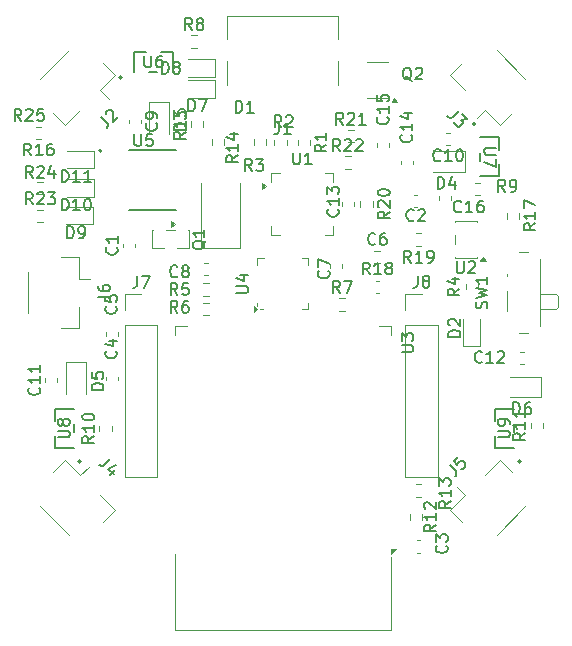
<source format=gbr>
%TF.GenerationSoftware,KiCad,Pcbnew,9.0.6*%
%TF.CreationDate,2026-01-08T21:46:16-05:00*%
%TF.ProjectId,espdroneea,65737064-726f-46e6-9565-612e6b696361,rev?*%
%TF.SameCoordinates,Original*%
%TF.FileFunction,Legend,Top*%
%TF.FilePolarity,Positive*%
%FSLAX46Y46*%
G04 Gerber Fmt 4.6, Leading zero omitted, Abs format (unit mm)*
G04 Created by KiCad (PCBNEW 9.0.6) date 2026-01-08 21:46:16*
%MOMM*%
%LPD*%
G01*
G04 APERTURE LIST*
%ADD10C,0.150000*%
%ADD11C,0.120000*%
%ADD12C,0.127000*%
%ADD13C,0.200000*%
%ADD14C,0.152400*%
G04 APERTURE END LIST*
D10*
X126359580Y-120666666D02*
X126407200Y-120714285D01*
X126407200Y-120714285D02*
X126454819Y-120857142D01*
X126454819Y-120857142D02*
X126454819Y-120952380D01*
X126454819Y-120952380D02*
X126407200Y-121095237D01*
X126407200Y-121095237D02*
X126311961Y-121190475D01*
X126311961Y-121190475D02*
X126216723Y-121238094D01*
X126216723Y-121238094D02*
X126026247Y-121285713D01*
X126026247Y-121285713D02*
X125883390Y-121285713D01*
X125883390Y-121285713D02*
X125692914Y-121238094D01*
X125692914Y-121238094D02*
X125597676Y-121190475D01*
X125597676Y-121190475D02*
X125502438Y-121095237D01*
X125502438Y-121095237D02*
X125454819Y-120952380D01*
X125454819Y-120952380D02*
X125454819Y-120857142D01*
X125454819Y-120857142D02*
X125502438Y-120714285D01*
X125502438Y-120714285D02*
X125550057Y-120666666D01*
X125454819Y-120333332D02*
X125454819Y-119666666D01*
X125454819Y-119666666D02*
X126454819Y-120095237D01*
X101319642Y-112784819D02*
X100986309Y-112308628D01*
X100748214Y-112784819D02*
X100748214Y-111784819D01*
X100748214Y-111784819D02*
X101129166Y-111784819D01*
X101129166Y-111784819D02*
X101224404Y-111832438D01*
X101224404Y-111832438D02*
X101272023Y-111880057D01*
X101272023Y-111880057D02*
X101319642Y-111975295D01*
X101319642Y-111975295D02*
X101319642Y-112118152D01*
X101319642Y-112118152D02*
X101272023Y-112213390D01*
X101272023Y-112213390D02*
X101224404Y-112261009D01*
X101224404Y-112261009D02*
X101129166Y-112308628D01*
X101129166Y-112308628D02*
X100748214Y-112308628D01*
X101700595Y-111880057D02*
X101748214Y-111832438D01*
X101748214Y-111832438D02*
X101843452Y-111784819D01*
X101843452Y-111784819D02*
X102081547Y-111784819D01*
X102081547Y-111784819D02*
X102176785Y-111832438D01*
X102176785Y-111832438D02*
X102224404Y-111880057D01*
X102224404Y-111880057D02*
X102272023Y-111975295D01*
X102272023Y-111975295D02*
X102272023Y-112070533D01*
X102272023Y-112070533D02*
X102224404Y-112213390D01*
X102224404Y-112213390D02*
X101652976Y-112784819D01*
X101652976Y-112784819D02*
X102272023Y-112784819D01*
X103129166Y-112118152D02*
X103129166Y-112784819D01*
X102891071Y-111737200D02*
X102652976Y-112451485D01*
X102652976Y-112451485D02*
X103272023Y-112451485D01*
X133583333Y-116359580D02*
X133535714Y-116407200D01*
X133535714Y-116407200D02*
X133392857Y-116454819D01*
X133392857Y-116454819D02*
X133297619Y-116454819D01*
X133297619Y-116454819D02*
X133154762Y-116407200D01*
X133154762Y-116407200D02*
X133059524Y-116311961D01*
X133059524Y-116311961D02*
X133011905Y-116216723D01*
X133011905Y-116216723D02*
X132964286Y-116026247D01*
X132964286Y-116026247D02*
X132964286Y-115883390D01*
X132964286Y-115883390D02*
X133011905Y-115692914D01*
X133011905Y-115692914D02*
X133059524Y-115597676D01*
X133059524Y-115597676D02*
X133154762Y-115502438D01*
X133154762Y-115502438D02*
X133297619Y-115454819D01*
X133297619Y-115454819D02*
X133392857Y-115454819D01*
X133392857Y-115454819D02*
X133535714Y-115502438D01*
X133535714Y-115502438D02*
X133583333Y-115550057D01*
X133964286Y-115550057D02*
X134011905Y-115502438D01*
X134011905Y-115502438D02*
X134107143Y-115454819D01*
X134107143Y-115454819D02*
X134345238Y-115454819D01*
X134345238Y-115454819D02*
X134440476Y-115502438D01*
X134440476Y-115502438D02*
X134488095Y-115550057D01*
X134488095Y-115550057D02*
X134535714Y-115645295D01*
X134535714Y-115645295D02*
X134535714Y-115740533D01*
X134535714Y-115740533D02*
X134488095Y-115883390D01*
X134488095Y-115883390D02*
X133916667Y-116454819D01*
X133916667Y-116454819D02*
X134535714Y-116454819D01*
X139777200Y-123833332D02*
X139824819Y-123690475D01*
X139824819Y-123690475D02*
X139824819Y-123452380D01*
X139824819Y-123452380D02*
X139777200Y-123357142D01*
X139777200Y-123357142D02*
X139729580Y-123309523D01*
X139729580Y-123309523D02*
X139634342Y-123261904D01*
X139634342Y-123261904D02*
X139539104Y-123261904D01*
X139539104Y-123261904D02*
X139443866Y-123309523D01*
X139443866Y-123309523D02*
X139396247Y-123357142D01*
X139396247Y-123357142D02*
X139348628Y-123452380D01*
X139348628Y-123452380D02*
X139301009Y-123642856D01*
X139301009Y-123642856D02*
X139253390Y-123738094D01*
X139253390Y-123738094D02*
X139205771Y-123785713D01*
X139205771Y-123785713D02*
X139110533Y-123833332D01*
X139110533Y-123833332D02*
X139015295Y-123833332D01*
X139015295Y-123833332D02*
X138920057Y-123785713D01*
X138920057Y-123785713D02*
X138872438Y-123738094D01*
X138872438Y-123738094D02*
X138824819Y-123642856D01*
X138824819Y-123642856D02*
X138824819Y-123404761D01*
X138824819Y-123404761D02*
X138872438Y-123261904D01*
X138824819Y-122928570D02*
X139824819Y-122690475D01*
X139824819Y-122690475D02*
X139110533Y-122499999D01*
X139110533Y-122499999D02*
X139824819Y-122309523D01*
X139824819Y-122309523D02*
X138824819Y-122071428D01*
X139824819Y-121166666D02*
X139824819Y-121738094D01*
X139824819Y-121452380D02*
X138824819Y-121452380D01*
X138824819Y-121452380D02*
X138967676Y-121547618D01*
X138967676Y-121547618D02*
X139062914Y-121642856D01*
X139062914Y-121642856D02*
X139110533Y-121738094D01*
X127333333Y-122524819D02*
X127000000Y-122048628D01*
X126761905Y-122524819D02*
X126761905Y-121524819D01*
X126761905Y-121524819D02*
X127142857Y-121524819D01*
X127142857Y-121524819D02*
X127238095Y-121572438D01*
X127238095Y-121572438D02*
X127285714Y-121620057D01*
X127285714Y-121620057D02*
X127333333Y-121715295D01*
X127333333Y-121715295D02*
X127333333Y-121858152D01*
X127333333Y-121858152D02*
X127285714Y-121953390D01*
X127285714Y-121953390D02*
X127238095Y-122001009D01*
X127238095Y-122001009D02*
X127142857Y-122048628D01*
X127142857Y-122048628D02*
X126761905Y-122048628D01*
X127666667Y-121524819D02*
X128333333Y-121524819D01*
X128333333Y-121524819D02*
X127904762Y-122524819D01*
X118704819Y-110892857D02*
X118228628Y-111226190D01*
X118704819Y-111464285D02*
X117704819Y-111464285D01*
X117704819Y-111464285D02*
X117704819Y-111083333D01*
X117704819Y-111083333D02*
X117752438Y-110988095D01*
X117752438Y-110988095D02*
X117800057Y-110940476D01*
X117800057Y-110940476D02*
X117895295Y-110892857D01*
X117895295Y-110892857D02*
X118038152Y-110892857D01*
X118038152Y-110892857D02*
X118133390Y-110940476D01*
X118133390Y-110940476D02*
X118181009Y-110988095D01*
X118181009Y-110988095D02*
X118228628Y-111083333D01*
X118228628Y-111083333D02*
X118228628Y-111464285D01*
X118704819Y-109940476D02*
X118704819Y-110511904D01*
X118704819Y-110226190D02*
X117704819Y-110226190D01*
X117704819Y-110226190D02*
X117847676Y-110321428D01*
X117847676Y-110321428D02*
X117942914Y-110416666D01*
X117942914Y-110416666D02*
X117990533Y-110511904D01*
X118038152Y-109083333D02*
X118704819Y-109083333D01*
X117657200Y-109321428D02*
X118371485Y-109559523D01*
X118371485Y-109559523D02*
X118371485Y-108940476D01*
X141333333Y-113954819D02*
X141000000Y-113478628D01*
X140761905Y-113954819D02*
X140761905Y-112954819D01*
X140761905Y-112954819D02*
X141142857Y-112954819D01*
X141142857Y-112954819D02*
X141238095Y-113002438D01*
X141238095Y-113002438D02*
X141285714Y-113050057D01*
X141285714Y-113050057D02*
X141333333Y-113145295D01*
X141333333Y-113145295D02*
X141333333Y-113288152D01*
X141333333Y-113288152D02*
X141285714Y-113383390D01*
X141285714Y-113383390D02*
X141238095Y-113431009D01*
X141238095Y-113431009D02*
X141142857Y-113478628D01*
X141142857Y-113478628D02*
X140761905Y-113478628D01*
X141809524Y-113954819D02*
X142000000Y-113954819D01*
X142000000Y-113954819D02*
X142095238Y-113907200D01*
X142095238Y-113907200D02*
X142142857Y-113859580D01*
X142142857Y-113859580D02*
X142238095Y-113716723D01*
X142238095Y-113716723D02*
X142285714Y-113526247D01*
X142285714Y-113526247D02*
X142285714Y-113145295D01*
X142285714Y-113145295D02*
X142238095Y-113050057D01*
X142238095Y-113050057D02*
X142190476Y-113002438D01*
X142190476Y-113002438D02*
X142095238Y-112954819D01*
X142095238Y-112954819D02*
X141904762Y-112954819D01*
X141904762Y-112954819D02*
X141809524Y-113002438D01*
X141809524Y-113002438D02*
X141761905Y-113050057D01*
X141761905Y-113050057D02*
X141714286Y-113145295D01*
X141714286Y-113145295D02*
X141714286Y-113383390D01*
X141714286Y-113383390D02*
X141761905Y-113478628D01*
X141761905Y-113478628D02*
X141809524Y-113526247D01*
X141809524Y-113526247D02*
X141904762Y-113573866D01*
X141904762Y-113573866D02*
X142095238Y-113573866D01*
X142095238Y-113573866D02*
X142190476Y-113526247D01*
X142190476Y-113526247D02*
X142238095Y-113478628D01*
X142238095Y-113478628D02*
X142285714Y-113383390D01*
X118511905Y-107254819D02*
X118511905Y-106254819D01*
X118511905Y-106254819D02*
X118750000Y-106254819D01*
X118750000Y-106254819D02*
X118892857Y-106302438D01*
X118892857Y-106302438D02*
X118988095Y-106397676D01*
X118988095Y-106397676D02*
X119035714Y-106492914D01*
X119035714Y-106492914D02*
X119083333Y-106683390D01*
X119083333Y-106683390D02*
X119083333Y-106826247D01*
X119083333Y-106826247D02*
X119035714Y-107016723D01*
X119035714Y-107016723D02*
X118988095Y-107111961D01*
X118988095Y-107111961D02*
X118892857Y-107207200D01*
X118892857Y-107207200D02*
X118750000Y-107254819D01*
X118750000Y-107254819D02*
X118511905Y-107254819D01*
X120035714Y-107254819D02*
X119464286Y-107254819D01*
X119750000Y-107254819D02*
X119750000Y-106254819D01*
X119750000Y-106254819D02*
X119654762Y-106397676D01*
X119654762Y-106397676D02*
X119559524Y-106492914D01*
X119559524Y-106492914D02*
X119464286Y-106540533D01*
X100357142Y-107954819D02*
X100023809Y-107478628D01*
X99785714Y-107954819D02*
X99785714Y-106954819D01*
X99785714Y-106954819D02*
X100166666Y-106954819D01*
X100166666Y-106954819D02*
X100261904Y-107002438D01*
X100261904Y-107002438D02*
X100309523Y-107050057D01*
X100309523Y-107050057D02*
X100357142Y-107145295D01*
X100357142Y-107145295D02*
X100357142Y-107288152D01*
X100357142Y-107288152D02*
X100309523Y-107383390D01*
X100309523Y-107383390D02*
X100261904Y-107431009D01*
X100261904Y-107431009D02*
X100166666Y-107478628D01*
X100166666Y-107478628D02*
X99785714Y-107478628D01*
X100738095Y-107050057D02*
X100785714Y-107002438D01*
X100785714Y-107002438D02*
X100880952Y-106954819D01*
X100880952Y-106954819D02*
X101119047Y-106954819D01*
X101119047Y-106954819D02*
X101214285Y-107002438D01*
X101214285Y-107002438D02*
X101261904Y-107050057D01*
X101261904Y-107050057D02*
X101309523Y-107145295D01*
X101309523Y-107145295D02*
X101309523Y-107240533D01*
X101309523Y-107240533D02*
X101261904Y-107383390D01*
X101261904Y-107383390D02*
X100690476Y-107954819D01*
X100690476Y-107954819D02*
X101309523Y-107954819D01*
X102214285Y-106954819D02*
X101738095Y-106954819D01*
X101738095Y-106954819D02*
X101690476Y-107431009D01*
X101690476Y-107431009D02*
X101738095Y-107383390D01*
X101738095Y-107383390D02*
X101833333Y-107335771D01*
X101833333Y-107335771D02*
X102071428Y-107335771D01*
X102071428Y-107335771D02*
X102166666Y-107383390D01*
X102166666Y-107383390D02*
X102214285Y-107431009D01*
X102214285Y-107431009D02*
X102261904Y-107526247D01*
X102261904Y-107526247D02*
X102261904Y-107764342D01*
X102261904Y-107764342D02*
X102214285Y-107859580D01*
X102214285Y-107859580D02*
X102166666Y-107907200D01*
X102166666Y-107907200D02*
X102071428Y-107954819D01*
X102071428Y-107954819D02*
X101833333Y-107954819D01*
X101833333Y-107954819D02*
X101738095Y-107907200D01*
X101738095Y-107907200D02*
X101690476Y-107859580D01*
X114511905Y-107134819D02*
X114511905Y-106134819D01*
X114511905Y-106134819D02*
X114750000Y-106134819D01*
X114750000Y-106134819D02*
X114892857Y-106182438D01*
X114892857Y-106182438D02*
X114988095Y-106277676D01*
X114988095Y-106277676D02*
X115035714Y-106372914D01*
X115035714Y-106372914D02*
X115083333Y-106563390D01*
X115083333Y-106563390D02*
X115083333Y-106706247D01*
X115083333Y-106706247D02*
X115035714Y-106896723D01*
X115035714Y-106896723D02*
X114988095Y-106991961D01*
X114988095Y-106991961D02*
X114892857Y-107087200D01*
X114892857Y-107087200D02*
X114750000Y-107134819D01*
X114750000Y-107134819D02*
X114511905Y-107134819D01*
X115416667Y-106134819D02*
X116083333Y-106134819D01*
X116083333Y-106134819D02*
X115654762Y-107134819D01*
X127357142Y-110524819D02*
X127023809Y-110048628D01*
X126785714Y-110524819D02*
X126785714Y-109524819D01*
X126785714Y-109524819D02*
X127166666Y-109524819D01*
X127166666Y-109524819D02*
X127261904Y-109572438D01*
X127261904Y-109572438D02*
X127309523Y-109620057D01*
X127309523Y-109620057D02*
X127357142Y-109715295D01*
X127357142Y-109715295D02*
X127357142Y-109858152D01*
X127357142Y-109858152D02*
X127309523Y-109953390D01*
X127309523Y-109953390D02*
X127261904Y-110001009D01*
X127261904Y-110001009D02*
X127166666Y-110048628D01*
X127166666Y-110048628D02*
X126785714Y-110048628D01*
X127738095Y-109620057D02*
X127785714Y-109572438D01*
X127785714Y-109572438D02*
X127880952Y-109524819D01*
X127880952Y-109524819D02*
X128119047Y-109524819D01*
X128119047Y-109524819D02*
X128214285Y-109572438D01*
X128214285Y-109572438D02*
X128261904Y-109620057D01*
X128261904Y-109620057D02*
X128309523Y-109715295D01*
X128309523Y-109715295D02*
X128309523Y-109810533D01*
X128309523Y-109810533D02*
X128261904Y-109953390D01*
X128261904Y-109953390D02*
X127690476Y-110524819D01*
X127690476Y-110524819D02*
X128309523Y-110524819D01*
X128690476Y-109620057D02*
X128738095Y-109572438D01*
X128738095Y-109572438D02*
X128833333Y-109524819D01*
X128833333Y-109524819D02*
X129071428Y-109524819D01*
X129071428Y-109524819D02*
X129166666Y-109572438D01*
X129166666Y-109572438D02*
X129214285Y-109620057D01*
X129214285Y-109620057D02*
X129261904Y-109715295D01*
X129261904Y-109715295D02*
X129261904Y-109810533D01*
X129261904Y-109810533D02*
X129214285Y-109953390D01*
X129214285Y-109953390D02*
X128642857Y-110524819D01*
X128642857Y-110524819D02*
X129261904Y-110524819D01*
X137607142Y-115609580D02*
X137559523Y-115657200D01*
X137559523Y-115657200D02*
X137416666Y-115704819D01*
X137416666Y-115704819D02*
X137321428Y-115704819D01*
X137321428Y-115704819D02*
X137178571Y-115657200D01*
X137178571Y-115657200D02*
X137083333Y-115561961D01*
X137083333Y-115561961D02*
X137035714Y-115466723D01*
X137035714Y-115466723D02*
X136988095Y-115276247D01*
X136988095Y-115276247D02*
X136988095Y-115133390D01*
X136988095Y-115133390D02*
X137035714Y-114942914D01*
X137035714Y-114942914D02*
X137083333Y-114847676D01*
X137083333Y-114847676D02*
X137178571Y-114752438D01*
X137178571Y-114752438D02*
X137321428Y-114704819D01*
X137321428Y-114704819D02*
X137416666Y-114704819D01*
X137416666Y-114704819D02*
X137559523Y-114752438D01*
X137559523Y-114752438D02*
X137607142Y-114800057D01*
X138559523Y-115704819D02*
X137988095Y-115704819D01*
X138273809Y-115704819D02*
X138273809Y-114704819D01*
X138273809Y-114704819D02*
X138178571Y-114847676D01*
X138178571Y-114847676D02*
X138083333Y-114942914D01*
X138083333Y-114942914D02*
X137988095Y-114990533D01*
X139416666Y-114704819D02*
X139226190Y-114704819D01*
X139226190Y-114704819D02*
X139130952Y-114752438D01*
X139130952Y-114752438D02*
X139083333Y-114800057D01*
X139083333Y-114800057D02*
X138988095Y-114942914D01*
X138988095Y-114942914D02*
X138940476Y-115133390D01*
X138940476Y-115133390D02*
X138940476Y-115514342D01*
X138940476Y-115514342D02*
X138988095Y-115609580D01*
X138988095Y-115609580D02*
X139035714Y-115657200D01*
X139035714Y-115657200D02*
X139130952Y-115704819D01*
X139130952Y-115704819D02*
X139321428Y-115704819D01*
X139321428Y-115704819D02*
X139416666Y-115657200D01*
X139416666Y-115657200D02*
X139464285Y-115609580D01*
X139464285Y-115609580D02*
X139511904Y-115514342D01*
X139511904Y-115514342D02*
X139511904Y-115276247D01*
X139511904Y-115276247D02*
X139464285Y-115181009D01*
X139464285Y-115181009D02*
X139416666Y-115133390D01*
X139416666Y-115133390D02*
X139321428Y-115085771D01*
X139321428Y-115085771D02*
X139130952Y-115085771D01*
X139130952Y-115085771D02*
X139035714Y-115133390D01*
X139035714Y-115133390D02*
X138988095Y-115181009D01*
X138988095Y-115181009D02*
X138940476Y-115276247D01*
X122383333Y-108504819D02*
X122050000Y-108028628D01*
X121811905Y-108504819D02*
X121811905Y-107504819D01*
X121811905Y-107504819D02*
X122192857Y-107504819D01*
X122192857Y-107504819D02*
X122288095Y-107552438D01*
X122288095Y-107552438D02*
X122335714Y-107600057D01*
X122335714Y-107600057D02*
X122383333Y-107695295D01*
X122383333Y-107695295D02*
X122383333Y-107838152D01*
X122383333Y-107838152D02*
X122335714Y-107933390D01*
X122335714Y-107933390D02*
X122288095Y-107981009D01*
X122288095Y-107981009D02*
X122192857Y-108028628D01*
X122192857Y-108028628D02*
X121811905Y-108028628D01*
X122764286Y-107600057D02*
X122811905Y-107552438D01*
X122811905Y-107552438D02*
X122907143Y-107504819D01*
X122907143Y-107504819D02*
X123145238Y-107504819D01*
X123145238Y-107504819D02*
X123240476Y-107552438D01*
X123240476Y-107552438D02*
X123288095Y-107600057D01*
X123288095Y-107600057D02*
X123335714Y-107695295D01*
X123335714Y-107695295D02*
X123335714Y-107790533D01*
X123335714Y-107790533D02*
X123288095Y-107933390D01*
X123288095Y-107933390D02*
X122716667Y-108504819D01*
X122716667Y-108504819D02*
X123335714Y-108504819D01*
X109943095Y-109082819D02*
X109943095Y-109892342D01*
X109943095Y-109892342D02*
X109990714Y-109987580D01*
X109990714Y-109987580D02*
X110038333Y-110035200D01*
X110038333Y-110035200D02*
X110133571Y-110082819D01*
X110133571Y-110082819D02*
X110324047Y-110082819D01*
X110324047Y-110082819D02*
X110419285Y-110035200D01*
X110419285Y-110035200D02*
X110466904Y-109987580D01*
X110466904Y-109987580D02*
X110514523Y-109892342D01*
X110514523Y-109892342D02*
X110514523Y-109082819D01*
X111466904Y-109082819D02*
X110990714Y-109082819D01*
X110990714Y-109082819D02*
X110943095Y-109559009D01*
X110943095Y-109559009D02*
X110990714Y-109511390D01*
X110990714Y-109511390D02*
X111085952Y-109463771D01*
X111085952Y-109463771D02*
X111324047Y-109463771D01*
X111324047Y-109463771D02*
X111419285Y-109511390D01*
X111419285Y-109511390D02*
X111466904Y-109559009D01*
X111466904Y-109559009D02*
X111514523Y-109654247D01*
X111514523Y-109654247D02*
X111514523Y-109892342D01*
X111514523Y-109892342D02*
X111466904Y-109987580D01*
X111466904Y-109987580D02*
X111419285Y-110035200D01*
X111419285Y-110035200D02*
X111324047Y-110082819D01*
X111324047Y-110082819D02*
X111085952Y-110082819D01*
X111085952Y-110082819D02*
X110990714Y-110035200D01*
X110990714Y-110035200D02*
X110943095Y-109987580D01*
X108359580Y-127441666D02*
X108407200Y-127489285D01*
X108407200Y-127489285D02*
X108454819Y-127632142D01*
X108454819Y-127632142D02*
X108454819Y-127727380D01*
X108454819Y-127727380D02*
X108407200Y-127870237D01*
X108407200Y-127870237D02*
X108311961Y-127965475D01*
X108311961Y-127965475D02*
X108216723Y-128013094D01*
X108216723Y-128013094D02*
X108026247Y-128060713D01*
X108026247Y-128060713D02*
X107883390Y-128060713D01*
X107883390Y-128060713D02*
X107692914Y-128013094D01*
X107692914Y-128013094D02*
X107597676Y-127965475D01*
X107597676Y-127965475D02*
X107502438Y-127870237D01*
X107502438Y-127870237D02*
X107454819Y-127727380D01*
X107454819Y-127727380D02*
X107454819Y-127632142D01*
X107454819Y-127632142D02*
X107502438Y-127489285D01*
X107502438Y-127489285D02*
X107550057Y-127441666D01*
X107788152Y-126584523D02*
X108454819Y-126584523D01*
X107407200Y-126822618D02*
X108121485Y-127060713D01*
X108121485Y-127060713D02*
X108121485Y-126441666D01*
X113583333Y-121109580D02*
X113535714Y-121157200D01*
X113535714Y-121157200D02*
X113392857Y-121204819D01*
X113392857Y-121204819D02*
X113297619Y-121204819D01*
X113297619Y-121204819D02*
X113154762Y-121157200D01*
X113154762Y-121157200D02*
X113059524Y-121061961D01*
X113059524Y-121061961D02*
X113011905Y-120966723D01*
X113011905Y-120966723D02*
X112964286Y-120776247D01*
X112964286Y-120776247D02*
X112964286Y-120633390D01*
X112964286Y-120633390D02*
X113011905Y-120442914D01*
X113011905Y-120442914D02*
X113059524Y-120347676D01*
X113059524Y-120347676D02*
X113154762Y-120252438D01*
X113154762Y-120252438D02*
X113297619Y-120204819D01*
X113297619Y-120204819D02*
X113392857Y-120204819D01*
X113392857Y-120204819D02*
X113535714Y-120252438D01*
X113535714Y-120252438D02*
X113583333Y-120300057D01*
X114154762Y-120633390D02*
X114059524Y-120585771D01*
X114059524Y-120585771D02*
X114011905Y-120538152D01*
X114011905Y-120538152D02*
X113964286Y-120442914D01*
X113964286Y-120442914D02*
X113964286Y-120395295D01*
X113964286Y-120395295D02*
X114011905Y-120300057D01*
X114011905Y-120300057D02*
X114059524Y-120252438D01*
X114059524Y-120252438D02*
X114154762Y-120204819D01*
X114154762Y-120204819D02*
X114345238Y-120204819D01*
X114345238Y-120204819D02*
X114440476Y-120252438D01*
X114440476Y-120252438D02*
X114488095Y-120300057D01*
X114488095Y-120300057D02*
X114535714Y-120395295D01*
X114535714Y-120395295D02*
X114535714Y-120442914D01*
X114535714Y-120442914D02*
X114488095Y-120538152D01*
X114488095Y-120538152D02*
X114440476Y-120585771D01*
X114440476Y-120585771D02*
X114345238Y-120633390D01*
X114345238Y-120633390D02*
X114154762Y-120633390D01*
X114154762Y-120633390D02*
X114059524Y-120681009D01*
X114059524Y-120681009D02*
X114011905Y-120728628D01*
X114011905Y-120728628D02*
X113964286Y-120823866D01*
X113964286Y-120823866D02*
X113964286Y-121014342D01*
X113964286Y-121014342D02*
X114011905Y-121109580D01*
X114011905Y-121109580D02*
X114059524Y-121157200D01*
X114059524Y-121157200D02*
X114154762Y-121204819D01*
X114154762Y-121204819D02*
X114345238Y-121204819D01*
X114345238Y-121204819D02*
X114440476Y-121157200D01*
X114440476Y-121157200D02*
X114488095Y-121109580D01*
X114488095Y-121109580D02*
X114535714Y-121014342D01*
X114535714Y-121014342D02*
X114535714Y-120823866D01*
X114535714Y-120823866D02*
X114488095Y-120728628D01*
X114488095Y-120728628D02*
X114440476Y-120681009D01*
X114440476Y-120681009D02*
X114345238Y-120633390D01*
X108359580Y-123666666D02*
X108407200Y-123714285D01*
X108407200Y-123714285D02*
X108454819Y-123857142D01*
X108454819Y-123857142D02*
X108454819Y-123952380D01*
X108454819Y-123952380D02*
X108407200Y-124095237D01*
X108407200Y-124095237D02*
X108311961Y-124190475D01*
X108311961Y-124190475D02*
X108216723Y-124238094D01*
X108216723Y-124238094D02*
X108026247Y-124285713D01*
X108026247Y-124285713D02*
X107883390Y-124285713D01*
X107883390Y-124285713D02*
X107692914Y-124238094D01*
X107692914Y-124238094D02*
X107597676Y-124190475D01*
X107597676Y-124190475D02*
X107502438Y-124095237D01*
X107502438Y-124095237D02*
X107454819Y-123952380D01*
X107454819Y-123952380D02*
X107454819Y-123857142D01*
X107454819Y-123857142D02*
X107502438Y-123714285D01*
X107502438Y-123714285D02*
X107550057Y-123666666D01*
X107454819Y-122761904D02*
X107454819Y-123238094D01*
X107454819Y-123238094D02*
X107931009Y-123285713D01*
X107931009Y-123285713D02*
X107883390Y-123238094D01*
X107883390Y-123238094D02*
X107835771Y-123142856D01*
X107835771Y-123142856D02*
X107835771Y-122904761D01*
X107835771Y-122904761D02*
X107883390Y-122809523D01*
X107883390Y-122809523D02*
X107931009Y-122761904D01*
X107931009Y-122761904D02*
X108026247Y-122714285D01*
X108026247Y-122714285D02*
X108264342Y-122714285D01*
X108264342Y-122714285D02*
X108359580Y-122761904D01*
X108359580Y-122761904D02*
X108407200Y-122809523D01*
X108407200Y-122809523D02*
X108454819Y-122904761D01*
X108454819Y-122904761D02*
X108454819Y-123142856D01*
X108454819Y-123142856D02*
X108407200Y-123238094D01*
X108407200Y-123238094D02*
X108359580Y-123285713D01*
X106524819Y-134642857D02*
X106048628Y-134976190D01*
X106524819Y-135214285D02*
X105524819Y-135214285D01*
X105524819Y-135214285D02*
X105524819Y-134833333D01*
X105524819Y-134833333D02*
X105572438Y-134738095D01*
X105572438Y-134738095D02*
X105620057Y-134690476D01*
X105620057Y-134690476D02*
X105715295Y-134642857D01*
X105715295Y-134642857D02*
X105858152Y-134642857D01*
X105858152Y-134642857D02*
X105953390Y-134690476D01*
X105953390Y-134690476D02*
X106001009Y-134738095D01*
X106001009Y-134738095D02*
X106048628Y-134833333D01*
X106048628Y-134833333D02*
X106048628Y-135214285D01*
X106524819Y-133690476D02*
X106524819Y-134261904D01*
X106524819Y-133976190D02*
X105524819Y-133976190D01*
X105524819Y-133976190D02*
X105667676Y-134071428D01*
X105667676Y-134071428D02*
X105762914Y-134166666D01*
X105762914Y-134166666D02*
X105810533Y-134261904D01*
X105524819Y-133071428D02*
X105524819Y-132976190D01*
X105524819Y-132976190D02*
X105572438Y-132880952D01*
X105572438Y-132880952D02*
X105620057Y-132833333D01*
X105620057Y-132833333D02*
X105715295Y-132785714D01*
X105715295Y-132785714D02*
X105905771Y-132738095D01*
X105905771Y-132738095D02*
X106143866Y-132738095D01*
X106143866Y-132738095D02*
X106334342Y-132785714D01*
X106334342Y-132785714D02*
X106429580Y-132833333D01*
X106429580Y-132833333D02*
X106477200Y-132880952D01*
X106477200Y-132880952D02*
X106524819Y-132976190D01*
X106524819Y-132976190D02*
X106524819Y-133071428D01*
X106524819Y-133071428D02*
X106477200Y-133166666D01*
X106477200Y-133166666D02*
X106429580Y-133214285D01*
X106429580Y-133214285D02*
X106334342Y-133261904D01*
X106334342Y-133261904D02*
X106143866Y-133309523D01*
X106143866Y-133309523D02*
X105905771Y-133309523D01*
X105905771Y-133309523D02*
X105715295Y-133261904D01*
X105715295Y-133261904D02*
X105620057Y-133214285D01*
X105620057Y-133214285D02*
X105572438Y-133166666D01*
X105572438Y-133166666D02*
X105524819Y-133071428D01*
X140545180Y-110238095D02*
X139735657Y-110238095D01*
X139735657Y-110238095D02*
X139640419Y-110285714D01*
X139640419Y-110285714D02*
X139592800Y-110333333D01*
X139592800Y-110333333D02*
X139545180Y-110428571D01*
X139545180Y-110428571D02*
X139545180Y-110619047D01*
X139545180Y-110619047D02*
X139592800Y-110714285D01*
X139592800Y-110714285D02*
X139640419Y-110761904D01*
X139640419Y-110761904D02*
X139735657Y-110809523D01*
X139735657Y-110809523D02*
X140545180Y-110809523D01*
X140545180Y-111190476D02*
X140545180Y-111857142D01*
X140545180Y-111857142D02*
X139545180Y-111428571D01*
X135857142Y-111289580D02*
X135809523Y-111337200D01*
X135809523Y-111337200D02*
X135666666Y-111384819D01*
X135666666Y-111384819D02*
X135571428Y-111384819D01*
X135571428Y-111384819D02*
X135428571Y-111337200D01*
X135428571Y-111337200D02*
X135333333Y-111241961D01*
X135333333Y-111241961D02*
X135285714Y-111146723D01*
X135285714Y-111146723D02*
X135238095Y-110956247D01*
X135238095Y-110956247D02*
X135238095Y-110813390D01*
X135238095Y-110813390D02*
X135285714Y-110622914D01*
X135285714Y-110622914D02*
X135333333Y-110527676D01*
X135333333Y-110527676D02*
X135428571Y-110432438D01*
X135428571Y-110432438D02*
X135571428Y-110384819D01*
X135571428Y-110384819D02*
X135666666Y-110384819D01*
X135666666Y-110384819D02*
X135809523Y-110432438D01*
X135809523Y-110432438D02*
X135857142Y-110480057D01*
X136809523Y-111384819D02*
X136238095Y-111384819D01*
X136523809Y-111384819D02*
X136523809Y-110384819D01*
X136523809Y-110384819D02*
X136428571Y-110527676D01*
X136428571Y-110527676D02*
X136333333Y-110622914D01*
X136333333Y-110622914D02*
X136238095Y-110670533D01*
X137428571Y-110384819D02*
X137523809Y-110384819D01*
X137523809Y-110384819D02*
X137619047Y-110432438D01*
X137619047Y-110432438D02*
X137666666Y-110480057D01*
X137666666Y-110480057D02*
X137714285Y-110575295D01*
X137714285Y-110575295D02*
X137761904Y-110765771D01*
X137761904Y-110765771D02*
X137761904Y-111003866D01*
X137761904Y-111003866D02*
X137714285Y-111194342D01*
X137714285Y-111194342D02*
X137666666Y-111289580D01*
X137666666Y-111289580D02*
X137619047Y-111337200D01*
X137619047Y-111337200D02*
X137523809Y-111384819D01*
X137523809Y-111384819D02*
X137428571Y-111384819D01*
X137428571Y-111384819D02*
X137333333Y-111337200D01*
X137333333Y-111337200D02*
X137285714Y-111289580D01*
X137285714Y-111289580D02*
X137238095Y-111194342D01*
X137238095Y-111194342D02*
X137190476Y-111003866D01*
X137190476Y-111003866D02*
X137190476Y-110765771D01*
X137190476Y-110765771D02*
X137238095Y-110575295D01*
X137238095Y-110575295D02*
X137285714Y-110480057D01*
X137285714Y-110480057D02*
X137333333Y-110432438D01*
X137333333Y-110432438D02*
X137428571Y-110384819D01*
X139357142Y-128359580D02*
X139309523Y-128407200D01*
X139309523Y-128407200D02*
X139166666Y-128454819D01*
X139166666Y-128454819D02*
X139071428Y-128454819D01*
X139071428Y-128454819D02*
X138928571Y-128407200D01*
X138928571Y-128407200D02*
X138833333Y-128311961D01*
X138833333Y-128311961D02*
X138785714Y-128216723D01*
X138785714Y-128216723D02*
X138738095Y-128026247D01*
X138738095Y-128026247D02*
X138738095Y-127883390D01*
X138738095Y-127883390D02*
X138785714Y-127692914D01*
X138785714Y-127692914D02*
X138833333Y-127597676D01*
X138833333Y-127597676D02*
X138928571Y-127502438D01*
X138928571Y-127502438D02*
X139071428Y-127454819D01*
X139071428Y-127454819D02*
X139166666Y-127454819D01*
X139166666Y-127454819D02*
X139309523Y-127502438D01*
X139309523Y-127502438D02*
X139357142Y-127550057D01*
X140309523Y-128454819D02*
X139738095Y-128454819D01*
X140023809Y-128454819D02*
X140023809Y-127454819D01*
X140023809Y-127454819D02*
X139928571Y-127597676D01*
X139928571Y-127597676D02*
X139833333Y-127692914D01*
X139833333Y-127692914D02*
X139738095Y-127740533D01*
X140690476Y-127550057D02*
X140738095Y-127502438D01*
X140738095Y-127502438D02*
X140833333Y-127454819D01*
X140833333Y-127454819D02*
X141071428Y-127454819D01*
X141071428Y-127454819D02*
X141166666Y-127502438D01*
X141166666Y-127502438D02*
X141214285Y-127550057D01*
X141214285Y-127550057D02*
X141261904Y-127645295D01*
X141261904Y-127645295D02*
X141261904Y-127740533D01*
X141261904Y-127740533D02*
X141214285Y-127883390D01*
X141214285Y-127883390D02*
X140642857Y-128454819D01*
X140642857Y-128454819D02*
X141261904Y-128454819D01*
X123388095Y-110654819D02*
X123388095Y-111464342D01*
X123388095Y-111464342D02*
X123435714Y-111559580D01*
X123435714Y-111559580D02*
X123483333Y-111607200D01*
X123483333Y-111607200D02*
X123578571Y-111654819D01*
X123578571Y-111654819D02*
X123769047Y-111654819D01*
X123769047Y-111654819D02*
X123864285Y-111607200D01*
X123864285Y-111607200D02*
X123911904Y-111559580D01*
X123911904Y-111559580D02*
X123959523Y-111464342D01*
X123959523Y-111464342D02*
X123959523Y-110654819D01*
X124959523Y-111654819D02*
X124388095Y-111654819D01*
X124673809Y-111654819D02*
X124673809Y-110654819D01*
X124673809Y-110654819D02*
X124578571Y-110797676D01*
X124578571Y-110797676D02*
X124483333Y-110892914D01*
X124483333Y-110892914D02*
X124388095Y-110940533D01*
X107907514Y-136621080D02*
X107402438Y-137126156D01*
X107402438Y-137126156D02*
X107267751Y-137193500D01*
X107267751Y-137193500D02*
X107133064Y-137193500D01*
X107133064Y-137193500D02*
X106998377Y-137126156D01*
X106998377Y-137126156D02*
X106931033Y-137058813D01*
X108311575Y-137496546D02*
X107840171Y-137967950D01*
X108412591Y-137058813D02*
X107739156Y-137395530D01*
X107739156Y-137395530D02*
X108176888Y-137833263D01*
X115950057Y-118095238D02*
X115902438Y-118190476D01*
X115902438Y-118190476D02*
X115807200Y-118285714D01*
X115807200Y-118285714D02*
X115664342Y-118428571D01*
X115664342Y-118428571D02*
X115616723Y-118523809D01*
X115616723Y-118523809D02*
X115616723Y-118619047D01*
X115854819Y-118571428D02*
X115807200Y-118666666D01*
X115807200Y-118666666D02*
X115711961Y-118761904D01*
X115711961Y-118761904D02*
X115521485Y-118809523D01*
X115521485Y-118809523D02*
X115188152Y-118809523D01*
X115188152Y-118809523D02*
X114997676Y-118761904D01*
X114997676Y-118761904D02*
X114902438Y-118666666D01*
X114902438Y-118666666D02*
X114854819Y-118571428D01*
X114854819Y-118571428D02*
X114854819Y-118380952D01*
X114854819Y-118380952D02*
X114902438Y-118285714D01*
X114902438Y-118285714D02*
X114997676Y-118190476D01*
X114997676Y-118190476D02*
X115188152Y-118142857D01*
X115188152Y-118142857D02*
X115521485Y-118142857D01*
X115521485Y-118142857D02*
X115711961Y-118190476D01*
X115711961Y-118190476D02*
X115807200Y-118285714D01*
X115807200Y-118285714D02*
X115854819Y-118380952D01*
X115854819Y-118380952D02*
X115854819Y-118571428D01*
X115854819Y-117190476D02*
X115854819Y-117761904D01*
X115854819Y-117476190D02*
X114854819Y-117476190D01*
X114854819Y-117476190D02*
X114997676Y-117571428D01*
X114997676Y-117571428D02*
X115092914Y-117666666D01*
X115092914Y-117666666D02*
X115140533Y-117761904D01*
X113583333Y-122704819D02*
X113250000Y-122228628D01*
X113011905Y-122704819D02*
X113011905Y-121704819D01*
X113011905Y-121704819D02*
X113392857Y-121704819D01*
X113392857Y-121704819D02*
X113488095Y-121752438D01*
X113488095Y-121752438D02*
X113535714Y-121800057D01*
X113535714Y-121800057D02*
X113583333Y-121895295D01*
X113583333Y-121895295D02*
X113583333Y-122038152D01*
X113583333Y-122038152D02*
X113535714Y-122133390D01*
X113535714Y-122133390D02*
X113488095Y-122181009D01*
X113488095Y-122181009D02*
X113392857Y-122228628D01*
X113392857Y-122228628D02*
X113011905Y-122228628D01*
X114488095Y-121704819D02*
X114011905Y-121704819D01*
X114011905Y-121704819D02*
X113964286Y-122181009D01*
X113964286Y-122181009D02*
X114011905Y-122133390D01*
X114011905Y-122133390D02*
X114107143Y-122085771D01*
X114107143Y-122085771D02*
X114345238Y-122085771D01*
X114345238Y-122085771D02*
X114440476Y-122133390D01*
X114440476Y-122133390D02*
X114488095Y-122181009D01*
X114488095Y-122181009D02*
X114535714Y-122276247D01*
X114535714Y-122276247D02*
X114535714Y-122514342D01*
X114535714Y-122514342D02*
X114488095Y-122609580D01*
X114488095Y-122609580D02*
X114440476Y-122657200D01*
X114440476Y-122657200D02*
X114345238Y-122704819D01*
X114345238Y-122704819D02*
X114107143Y-122704819D01*
X114107143Y-122704819D02*
X114011905Y-122657200D01*
X114011905Y-122657200D02*
X113964286Y-122609580D01*
X137454819Y-122166666D02*
X136978628Y-122499999D01*
X137454819Y-122738094D02*
X136454819Y-122738094D01*
X136454819Y-122738094D02*
X136454819Y-122357142D01*
X136454819Y-122357142D02*
X136502438Y-122261904D01*
X136502438Y-122261904D02*
X136550057Y-122214285D01*
X136550057Y-122214285D02*
X136645295Y-122166666D01*
X136645295Y-122166666D02*
X136788152Y-122166666D01*
X136788152Y-122166666D02*
X136883390Y-122214285D01*
X136883390Y-122214285D02*
X136931009Y-122261904D01*
X136931009Y-122261904D02*
X136978628Y-122357142D01*
X136978628Y-122357142D02*
X136978628Y-122738094D01*
X136788152Y-121309523D02*
X137454819Y-121309523D01*
X136407200Y-121547618D02*
X137121485Y-121785713D01*
X137121485Y-121785713D02*
X137121485Y-121166666D01*
X142011905Y-132804819D02*
X142011905Y-131804819D01*
X142011905Y-131804819D02*
X142250000Y-131804819D01*
X142250000Y-131804819D02*
X142392857Y-131852438D01*
X142392857Y-131852438D02*
X142488095Y-131947676D01*
X142488095Y-131947676D02*
X142535714Y-132042914D01*
X142535714Y-132042914D02*
X142583333Y-132233390D01*
X142583333Y-132233390D02*
X142583333Y-132376247D01*
X142583333Y-132376247D02*
X142535714Y-132566723D01*
X142535714Y-132566723D02*
X142488095Y-132661961D01*
X142488095Y-132661961D02*
X142392857Y-132757200D01*
X142392857Y-132757200D02*
X142250000Y-132804819D01*
X142250000Y-132804819D02*
X142011905Y-132804819D01*
X143440476Y-131804819D02*
X143250000Y-131804819D01*
X143250000Y-131804819D02*
X143154762Y-131852438D01*
X143154762Y-131852438D02*
X143107143Y-131900057D01*
X143107143Y-131900057D02*
X143011905Y-132042914D01*
X143011905Y-132042914D02*
X142964286Y-132233390D01*
X142964286Y-132233390D02*
X142964286Y-132614342D01*
X142964286Y-132614342D02*
X143011905Y-132709580D01*
X143011905Y-132709580D02*
X143059524Y-132757200D01*
X143059524Y-132757200D02*
X143154762Y-132804819D01*
X143154762Y-132804819D02*
X143345238Y-132804819D01*
X143345238Y-132804819D02*
X143440476Y-132757200D01*
X143440476Y-132757200D02*
X143488095Y-132709580D01*
X143488095Y-132709580D02*
X143535714Y-132614342D01*
X143535714Y-132614342D02*
X143535714Y-132376247D01*
X143535714Y-132376247D02*
X143488095Y-132281009D01*
X143488095Y-132281009D02*
X143440476Y-132233390D01*
X143440476Y-132233390D02*
X143345238Y-132185771D01*
X143345238Y-132185771D02*
X143154762Y-132185771D01*
X143154762Y-132185771D02*
X143059524Y-132233390D01*
X143059524Y-132233390D02*
X143011905Y-132281009D01*
X143011905Y-132281009D02*
X142964286Y-132376247D01*
X114274819Y-108892857D02*
X113798628Y-109226190D01*
X114274819Y-109464285D02*
X113274819Y-109464285D01*
X113274819Y-109464285D02*
X113274819Y-109083333D01*
X113274819Y-109083333D02*
X113322438Y-108988095D01*
X113322438Y-108988095D02*
X113370057Y-108940476D01*
X113370057Y-108940476D02*
X113465295Y-108892857D01*
X113465295Y-108892857D02*
X113608152Y-108892857D01*
X113608152Y-108892857D02*
X113703390Y-108940476D01*
X113703390Y-108940476D02*
X113751009Y-108988095D01*
X113751009Y-108988095D02*
X113798628Y-109083333D01*
X113798628Y-109083333D02*
X113798628Y-109464285D01*
X114274819Y-107940476D02*
X114274819Y-108511904D01*
X114274819Y-108226190D02*
X113274819Y-108226190D01*
X113274819Y-108226190D02*
X113417676Y-108321428D01*
X113417676Y-108321428D02*
X113512914Y-108416666D01*
X113512914Y-108416666D02*
X113560533Y-108511904D01*
X113274819Y-107035714D02*
X113274819Y-107511904D01*
X113274819Y-107511904D02*
X113751009Y-107559523D01*
X113751009Y-107559523D02*
X113703390Y-107511904D01*
X113703390Y-107511904D02*
X113655771Y-107416666D01*
X113655771Y-107416666D02*
X113655771Y-107178571D01*
X113655771Y-107178571D02*
X113703390Y-107083333D01*
X113703390Y-107083333D02*
X113751009Y-107035714D01*
X113751009Y-107035714D02*
X113846247Y-106988095D01*
X113846247Y-106988095D02*
X114084342Y-106988095D01*
X114084342Y-106988095D02*
X114179580Y-107035714D01*
X114179580Y-107035714D02*
X114227200Y-107083333D01*
X114227200Y-107083333D02*
X114274819Y-107178571D01*
X114274819Y-107178571D02*
X114274819Y-107416666D01*
X114274819Y-107416666D02*
X114227200Y-107511904D01*
X114227200Y-107511904D02*
X114179580Y-107559523D01*
X103785714Y-113124819D02*
X103785714Y-112124819D01*
X103785714Y-112124819D02*
X104023809Y-112124819D01*
X104023809Y-112124819D02*
X104166666Y-112172438D01*
X104166666Y-112172438D02*
X104261904Y-112267676D01*
X104261904Y-112267676D02*
X104309523Y-112362914D01*
X104309523Y-112362914D02*
X104357142Y-112553390D01*
X104357142Y-112553390D02*
X104357142Y-112696247D01*
X104357142Y-112696247D02*
X104309523Y-112886723D01*
X104309523Y-112886723D02*
X104261904Y-112981961D01*
X104261904Y-112981961D02*
X104166666Y-113077200D01*
X104166666Y-113077200D02*
X104023809Y-113124819D01*
X104023809Y-113124819D02*
X103785714Y-113124819D01*
X105309523Y-113124819D02*
X104738095Y-113124819D01*
X105023809Y-113124819D02*
X105023809Y-112124819D01*
X105023809Y-112124819D02*
X104928571Y-112267676D01*
X104928571Y-112267676D02*
X104833333Y-112362914D01*
X104833333Y-112362914D02*
X104738095Y-112410533D01*
X106261904Y-113124819D02*
X105690476Y-113124819D01*
X105976190Y-113124819D02*
X105976190Y-112124819D01*
X105976190Y-112124819D02*
X105880952Y-112267676D01*
X105880952Y-112267676D02*
X105785714Y-112362914D01*
X105785714Y-112362914D02*
X105690476Y-112410533D01*
X107304819Y-130738094D02*
X106304819Y-130738094D01*
X106304819Y-130738094D02*
X106304819Y-130499999D01*
X106304819Y-130499999D02*
X106352438Y-130357142D01*
X106352438Y-130357142D02*
X106447676Y-130261904D01*
X106447676Y-130261904D02*
X106542914Y-130214285D01*
X106542914Y-130214285D02*
X106733390Y-130166666D01*
X106733390Y-130166666D02*
X106876247Y-130166666D01*
X106876247Y-130166666D02*
X107066723Y-130214285D01*
X107066723Y-130214285D02*
X107161961Y-130261904D01*
X107161961Y-130261904D02*
X107257200Y-130357142D01*
X107257200Y-130357142D02*
X107304819Y-130499999D01*
X107304819Y-130499999D02*
X107304819Y-130738094D01*
X106304819Y-129261904D02*
X106304819Y-129738094D01*
X106304819Y-129738094D02*
X106781009Y-129785713D01*
X106781009Y-129785713D02*
X106733390Y-129738094D01*
X106733390Y-129738094D02*
X106685771Y-129642856D01*
X106685771Y-129642856D02*
X106685771Y-129404761D01*
X106685771Y-129404761D02*
X106733390Y-129309523D01*
X106733390Y-129309523D02*
X106781009Y-129261904D01*
X106781009Y-129261904D02*
X106876247Y-129214285D01*
X106876247Y-129214285D02*
X107114342Y-129214285D01*
X107114342Y-129214285D02*
X107209580Y-129261904D01*
X107209580Y-129261904D02*
X107257200Y-129309523D01*
X107257200Y-129309523D02*
X107304819Y-129404761D01*
X107304819Y-129404761D02*
X107304819Y-129642856D01*
X107304819Y-129642856D02*
X107257200Y-129738094D01*
X107257200Y-129738094D02*
X107209580Y-129785713D01*
X143884819Y-116642857D02*
X143408628Y-116976190D01*
X143884819Y-117214285D02*
X142884819Y-117214285D01*
X142884819Y-117214285D02*
X142884819Y-116833333D01*
X142884819Y-116833333D02*
X142932438Y-116738095D01*
X142932438Y-116738095D02*
X142980057Y-116690476D01*
X142980057Y-116690476D02*
X143075295Y-116642857D01*
X143075295Y-116642857D02*
X143218152Y-116642857D01*
X143218152Y-116642857D02*
X143313390Y-116690476D01*
X143313390Y-116690476D02*
X143361009Y-116738095D01*
X143361009Y-116738095D02*
X143408628Y-116833333D01*
X143408628Y-116833333D02*
X143408628Y-117214285D01*
X143884819Y-115690476D02*
X143884819Y-116261904D01*
X143884819Y-115976190D02*
X142884819Y-115976190D01*
X142884819Y-115976190D02*
X143027676Y-116071428D01*
X143027676Y-116071428D02*
X143122914Y-116166666D01*
X143122914Y-116166666D02*
X143170533Y-116261904D01*
X142884819Y-115357142D02*
X142884819Y-114690476D01*
X142884819Y-114690476D02*
X143884819Y-115119047D01*
X118579819Y-122511904D02*
X119389342Y-122511904D01*
X119389342Y-122511904D02*
X119484580Y-122464285D01*
X119484580Y-122464285D02*
X119532200Y-122416666D01*
X119532200Y-122416666D02*
X119579819Y-122321428D01*
X119579819Y-122321428D02*
X119579819Y-122130952D01*
X119579819Y-122130952D02*
X119532200Y-122035714D01*
X119532200Y-122035714D02*
X119484580Y-121988095D01*
X119484580Y-121988095D02*
X119389342Y-121940476D01*
X119389342Y-121940476D02*
X118579819Y-121940476D01*
X118913152Y-121035714D02*
X119579819Y-121035714D01*
X118532200Y-121273809D02*
X119246485Y-121511904D01*
X119246485Y-121511904D02*
X119246485Y-120892857D01*
X122166666Y-108099819D02*
X122166666Y-108814104D01*
X122166666Y-108814104D02*
X122119047Y-108956961D01*
X122119047Y-108956961D02*
X122023809Y-109052200D01*
X122023809Y-109052200D02*
X121880952Y-109099819D01*
X121880952Y-109099819D02*
X121785714Y-109099819D01*
X123166666Y-109099819D02*
X122595238Y-109099819D01*
X122880952Y-109099819D02*
X122880952Y-108099819D01*
X122880952Y-108099819D02*
X122785714Y-108242676D01*
X122785714Y-108242676D02*
X122690476Y-108337914D01*
X122690476Y-108337914D02*
X122595238Y-108385533D01*
X137238095Y-119854819D02*
X137238095Y-120664342D01*
X137238095Y-120664342D02*
X137285714Y-120759580D01*
X137285714Y-120759580D02*
X137333333Y-120807200D01*
X137333333Y-120807200D02*
X137428571Y-120854819D01*
X137428571Y-120854819D02*
X137619047Y-120854819D01*
X137619047Y-120854819D02*
X137714285Y-120807200D01*
X137714285Y-120807200D02*
X137761904Y-120759580D01*
X137761904Y-120759580D02*
X137809523Y-120664342D01*
X137809523Y-120664342D02*
X137809523Y-119854819D01*
X138238095Y-119950057D02*
X138285714Y-119902438D01*
X138285714Y-119902438D02*
X138380952Y-119854819D01*
X138380952Y-119854819D02*
X138619047Y-119854819D01*
X138619047Y-119854819D02*
X138714285Y-119902438D01*
X138714285Y-119902438D02*
X138761904Y-119950057D01*
X138761904Y-119950057D02*
X138809523Y-120045295D01*
X138809523Y-120045295D02*
X138809523Y-120140533D01*
X138809523Y-120140533D02*
X138761904Y-120283390D01*
X138761904Y-120283390D02*
X138190476Y-120854819D01*
X138190476Y-120854819D02*
X138809523Y-120854819D01*
X101182142Y-110884819D02*
X100848809Y-110408628D01*
X100610714Y-110884819D02*
X100610714Y-109884819D01*
X100610714Y-109884819D02*
X100991666Y-109884819D01*
X100991666Y-109884819D02*
X101086904Y-109932438D01*
X101086904Y-109932438D02*
X101134523Y-109980057D01*
X101134523Y-109980057D02*
X101182142Y-110075295D01*
X101182142Y-110075295D02*
X101182142Y-110218152D01*
X101182142Y-110218152D02*
X101134523Y-110313390D01*
X101134523Y-110313390D02*
X101086904Y-110361009D01*
X101086904Y-110361009D02*
X100991666Y-110408628D01*
X100991666Y-110408628D02*
X100610714Y-110408628D01*
X102134523Y-110884819D02*
X101563095Y-110884819D01*
X101848809Y-110884819D02*
X101848809Y-109884819D01*
X101848809Y-109884819D02*
X101753571Y-110027676D01*
X101753571Y-110027676D02*
X101658333Y-110122914D01*
X101658333Y-110122914D02*
X101563095Y-110170533D01*
X102991666Y-109884819D02*
X102801190Y-109884819D01*
X102801190Y-109884819D02*
X102705952Y-109932438D01*
X102705952Y-109932438D02*
X102658333Y-109980057D01*
X102658333Y-109980057D02*
X102563095Y-110122914D01*
X102563095Y-110122914D02*
X102515476Y-110313390D01*
X102515476Y-110313390D02*
X102515476Y-110694342D01*
X102515476Y-110694342D02*
X102563095Y-110789580D01*
X102563095Y-110789580D02*
X102610714Y-110837200D01*
X102610714Y-110837200D02*
X102705952Y-110884819D01*
X102705952Y-110884819D02*
X102896428Y-110884819D01*
X102896428Y-110884819D02*
X102991666Y-110837200D01*
X102991666Y-110837200D02*
X103039285Y-110789580D01*
X103039285Y-110789580D02*
X103086904Y-110694342D01*
X103086904Y-110694342D02*
X103086904Y-110456247D01*
X103086904Y-110456247D02*
X103039285Y-110361009D01*
X103039285Y-110361009D02*
X102991666Y-110313390D01*
X102991666Y-110313390D02*
X102896428Y-110265771D01*
X102896428Y-110265771D02*
X102705952Y-110265771D01*
X102705952Y-110265771D02*
X102610714Y-110313390D01*
X102610714Y-110313390D02*
X102563095Y-110361009D01*
X102563095Y-110361009D02*
X102515476Y-110456247D01*
X136621080Y-137092485D02*
X137126156Y-137597561D01*
X137126156Y-137597561D02*
X137193500Y-137732248D01*
X137193500Y-137732248D02*
X137193500Y-137866935D01*
X137193500Y-137866935D02*
X137126156Y-138001622D01*
X137126156Y-138001622D02*
X137058813Y-138068966D01*
X137294515Y-136419050D02*
X136957798Y-136755767D01*
X136957798Y-136755767D02*
X137260843Y-137126156D01*
X137260843Y-137126156D02*
X137260843Y-137058813D01*
X137260843Y-137058813D02*
X137294515Y-136957798D01*
X137294515Y-136957798D02*
X137462874Y-136789439D01*
X137462874Y-136789439D02*
X137563889Y-136755767D01*
X137563889Y-136755767D02*
X137631233Y-136755767D01*
X137631233Y-136755767D02*
X137732248Y-136789439D01*
X137732248Y-136789439D02*
X137900607Y-136957798D01*
X137900607Y-136957798D02*
X137934278Y-137058813D01*
X137934278Y-137058813D02*
X137934278Y-137126156D01*
X137934278Y-137126156D02*
X137900607Y-137227172D01*
X137900607Y-137227172D02*
X137732248Y-137395530D01*
X137732248Y-137395530D02*
X137631233Y-137429202D01*
X137631233Y-137429202D02*
X137563889Y-137429202D01*
X106854819Y-122833333D02*
X107569104Y-122833333D01*
X107569104Y-122833333D02*
X107711961Y-122880952D01*
X107711961Y-122880952D02*
X107807200Y-122976190D01*
X107807200Y-122976190D02*
X107854819Y-123119047D01*
X107854819Y-123119047D02*
X107854819Y-123214285D01*
X106854819Y-121928571D02*
X106854819Y-122119047D01*
X106854819Y-122119047D02*
X106902438Y-122214285D01*
X106902438Y-122214285D02*
X106950057Y-122261904D01*
X106950057Y-122261904D02*
X107092914Y-122357142D01*
X107092914Y-122357142D02*
X107283390Y-122404761D01*
X107283390Y-122404761D02*
X107664342Y-122404761D01*
X107664342Y-122404761D02*
X107759580Y-122357142D01*
X107759580Y-122357142D02*
X107807200Y-122309523D01*
X107807200Y-122309523D02*
X107854819Y-122214285D01*
X107854819Y-122214285D02*
X107854819Y-122023809D01*
X107854819Y-122023809D02*
X107807200Y-121928571D01*
X107807200Y-121928571D02*
X107759580Y-121880952D01*
X107759580Y-121880952D02*
X107664342Y-121833333D01*
X107664342Y-121833333D02*
X107426247Y-121833333D01*
X107426247Y-121833333D02*
X107331009Y-121880952D01*
X107331009Y-121880952D02*
X107283390Y-121928571D01*
X107283390Y-121928571D02*
X107235771Y-122023809D01*
X107235771Y-122023809D02*
X107235771Y-122214285D01*
X107235771Y-122214285D02*
X107283390Y-122309523D01*
X107283390Y-122309523D02*
X107331009Y-122357142D01*
X107331009Y-122357142D02*
X107426247Y-122404761D01*
X127159580Y-115442857D02*
X127207200Y-115490476D01*
X127207200Y-115490476D02*
X127254819Y-115633333D01*
X127254819Y-115633333D02*
X127254819Y-115728571D01*
X127254819Y-115728571D02*
X127207200Y-115871428D01*
X127207200Y-115871428D02*
X127111961Y-115966666D01*
X127111961Y-115966666D02*
X127016723Y-116014285D01*
X127016723Y-116014285D02*
X126826247Y-116061904D01*
X126826247Y-116061904D02*
X126683390Y-116061904D01*
X126683390Y-116061904D02*
X126492914Y-116014285D01*
X126492914Y-116014285D02*
X126397676Y-115966666D01*
X126397676Y-115966666D02*
X126302438Y-115871428D01*
X126302438Y-115871428D02*
X126254819Y-115728571D01*
X126254819Y-115728571D02*
X126254819Y-115633333D01*
X126254819Y-115633333D02*
X126302438Y-115490476D01*
X126302438Y-115490476D02*
X126350057Y-115442857D01*
X127254819Y-114490476D02*
X127254819Y-115061904D01*
X127254819Y-114776190D02*
X126254819Y-114776190D01*
X126254819Y-114776190D02*
X126397676Y-114871428D01*
X126397676Y-114871428D02*
X126492914Y-114966666D01*
X126492914Y-114966666D02*
X126540533Y-115061904D01*
X126254819Y-114157142D02*
X126254819Y-113538095D01*
X126254819Y-113538095D02*
X126635771Y-113871428D01*
X126635771Y-113871428D02*
X126635771Y-113728571D01*
X126635771Y-113728571D02*
X126683390Y-113633333D01*
X126683390Y-113633333D02*
X126731009Y-113585714D01*
X126731009Y-113585714D02*
X126826247Y-113538095D01*
X126826247Y-113538095D02*
X127064342Y-113538095D01*
X127064342Y-113538095D02*
X127159580Y-113585714D01*
X127159580Y-113585714D02*
X127207200Y-113633333D01*
X127207200Y-113633333D02*
X127254819Y-113728571D01*
X127254819Y-113728571D02*
X127254819Y-114014285D01*
X127254819Y-114014285D02*
X127207200Y-114109523D01*
X127207200Y-114109523D02*
X127159580Y-114157142D01*
X110166666Y-121074819D02*
X110166666Y-121789104D01*
X110166666Y-121789104D02*
X110119047Y-121931961D01*
X110119047Y-121931961D02*
X110023809Y-122027200D01*
X110023809Y-122027200D02*
X109880952Y-122074819D01*
X109880952Y-122074819D02*
X109785714Y-122074819D01*
X110547619Y-121074819D02*
X111214285Y-121074819D01*
X111214285Y-121074819D02*
X110785714Y-122074819D01*
X114304819Y-108738094D02*
X113304819Y-108738094D01*
X113304819Y-108738094D02*
X113304819Y-108499999D01*
X113304819Y-108499999D02*
X113352438Y-108357142D01*
X113352438Y-108357142D02*
X113447676Y-108261904D01*
X113447676Y-108261904D02*
X113542914Y-108214285D01*
X113542914Y-108214285D02*
X113733390Y-108166666D01*
X113733390Y-108166666D02*
X113876247Y-108166666D01*
X113876247Y-108166666D02*
X114066723Y-108214285D01*
X114066723Y-108214285D02*
X114161961Y-108261904D01*
X114161961Y-108261904D02*
X114257200Y-108357142D01*
X114257200Y-108357142D02*
X114304819Y-108499999D01*
X114304819Y-108499999D02*
X114304819Y-108738094D01*
X113304819Y-107833332D02*
X113304819Y-107214285D01*
X113304819Y-107214285D02*
X113685771Y-107547618D01*
X113685771Y-107547618D02*
X113685771Y-107404761D01*
X113685771Y-107404761D02*
X113733390Y-107309523D01*
X113733390Y-107309523D02*
X113781009Y-107261904D01*
X113781009Y-107261904D02*
X113876247Y-107214285D01*
X113876247Y-107214285D02*
X114114342Y-107214285D01*
X114114342Y-107214285D02*
X114209580Y-107261904D01*
X114209580Y-107261904D02*
X114257200Y-107309523D01*
X114257200Y-107309523D02*
X114304819Y-107404761D01*
X114304819Y-107404761D02*
X114304819Y-107690475D01*
X114304819Y-107690475D02*
X114257200Y-107785713D01*
X114257200Y-107785713D02*
X114209580Y-107833332D01*
X127607142Y-108274819D02*
X127273809Y-107798628D01*
X127035714Y-108274819D02*
X127035714Y-107274819D01*
X127035714Y-107274819D02*
X127416666Y-107274819D01*
X127416666Y-107274819D02*
X127511904Y-107322438D01*
X127511904Y-107322438D02*
X127559523Y-107370057D01*
X127559523Y-107370057D02*
X127607142Y-107465295D01*
X127607142Y-107465295D02*
X127607142Y-107608152D01*
X127607142Y-107608152D02*
X127559523Y-107703390D01*
X127559523Y-107703390D02*
X127511904Y-107751009D01*
X127511904Y-107751009D02*
X127416666Y-107798628D01*
X127416666Y-107798628D02*
X127035714Y-107798628D01*
X127988095Y-107370057D02*
X128035714Y-107322438D01*
X128035714Y-107322438D02*
X128130952Y-107274819D01*
X128130952Y-107274819D02*
X128369047Y-107274819D01*
X128369047Y-107274819D02*
X128464285Y-107322438D01*
X128464285Y-107322438D02*
X128511904Y-107370057D01*
X128511904Y-107370057D02*
X128559523Y-107465295D01*
X128559523Y-107465295D02*
X128559523Y-107560533D01*
X128559523Y-107560533D02*
X128511904Y-107703390D01*
X128511904Y-107703390D02*
X127940476Y-108274819D01*
X127940476Y-108274819D02*
X128559523Y-108274819D01*
X129511904Y-108274819D02*
X128940476Y-108274819D01*
X129226190Y-108274819D02*
X129226190Y-107274819D01*
X129226190Y-107274819D02*
X129130952Y-107417676D01*
X129130952Y-107417676D02*
X129035714Y-107512914D01*
X129035714Y-107512914D02*
X128940476Y-107560533D01*
X136359580Y-143916666D02*
X136407200Y-143964285D01*
X136407200Y-143964285D02*
X136454819Y-144107142D01*
X136454819Y-144107142D02*
X136454819Y-144202380D01*
X136454819Y-144202380D02*
X136407200Y-144345237D01*
X136407200Y-144345237D02*
X136311961Y-144440475D01*
X136311961Y-144440475D02*
X136216723Y-144488094D01*
X136216723Y-144488094D02*
X136026247Y-144535713D01*
X136026247Y-144535713D02*
X135883390Y-144535713D01*
X135883390Y-144535713D02*
X135692914Y-144488094D01*
X135692914Y-144488094D02*
X135597676Y-144440475D01*
X135597676Y-144440475D02*
X135502438Y-144345237D01*
X135502438Y-144345237D02*
X135454819Y-144202380D01*
X135454819Y-144202380D02*
X135454819Y-144107142D01*
X135454819Y-144107142D02*
X135502438Y-143964285D01*
X135502438Y-143964285D02*
X135550057Y-143916666D01*
X135454819Y-143583332D02*
X135454819Y-142964285D01*
X135454819Y-142964285D02*
X135835771Y-143297618D01*
X135835771Y-143297618D02*
X135835771Y-143154761D01*
X135835771Y-143154761D02*
X135883390Y-143059523D01*
X135883390Y-143059523D02*
X135931009Y-143011904D01*
X135931009Y-143011904D02*
X136026247Y-142964285D01*
X136026247Y-142964285D02*
X136264342Y-142964285D01*
X136264342Y-142964285D02*
X136359580Y-143011904D01*
X136359580Y-143011904D02*
X136407200Y-143059523D01*
X136407200Y-143059523D02*
X136454819Y-143154761D01*
X136454819Y-143154761D02*
X136454819Y-143440475D01*
X136454819Y-143440475D02*
X136407200Y-143535713D01*
X136407200Y-143535713D02*
X136359580Y-143583332D01*
X133357142Y-119954819D02*
X133023809Y-119478628D01*
X132785714Y-119954819D02*
X132785714Y-118954819D01*
X132785714Y-118954819D02*
X133166666Y-118954819D01*
X133166666Y-118954819D02*
X133261904Y-119002438D01*
X133261904Y-119002438D02*
X133309523Y-119050057D01*
X133309523Y-119050057D02*
X133357142Y-119145295D01*
X133357142Y-119145295D02*
X133357142Y-119288152D01*
X133357142Y-119288152D02*
X133309523Y-119383390D01*
X133309523Y-119383390D02*
X133261904Y-119431009D01*
X133261904Y-119431009D02*
X133166666Y-119478628D01*
X133166666Y-119478628D02*
X132785714Y-119478628D01*
X134309523Y-119954819D02*
X133738095Y-119954819D01*
X134023809Y-119954819D02*
X134023809Y-118954819D01*
X134023809Y-118954819D02*
X133928571Y-119097676D01*
X133928571Y-119097676D02*
X133833333Y-119192914D01*
X133833333Y-119192914D02*
X133738095Y-119240533D01*
X134785714Y-119954819D02*
X134976190Y-119954819D01*
X134976190Y-119954819D02*
X135071428Y-119907200D01*
X135071428Y-119907200D02*
X135119047Y-119859580D01*
X135119047Y-119859580D02*
X135214285Y-119716723D01*
X135214285Y-119716723D02*
X135261904Y-119526247D01*
X135261904Y-119526247D02*
X135261904Y-119145295D01*
X135261904Y-119145295D02*
X135214285Y-119050057D01*
X135214285Y-119050057D02*
X135166666Y-119002438D01*
X135166666Y-119002438D02*
X135071428Y-118954819D01*
X135071428Y-118954819D02*
X134880952Y-118954819D01*
X134880952Y-118954819D02*
X134785714Y-119002438D01*
X134785714Y-119002438D02*
X134738095Y-119050057D01*
X134738095Y-119050057D02*
X134690476Y-119145295D01*
X134690476Y-119145295D02*
X134690476Y-119383390D01*
X134690476Y-119383390D02*
X134738095Y-119478628D01*
X134738095Y-119478628D02*
X134785714Y-119526247D01*
X134785714Y-119526247D02*
X134880952Y-119573866D01*
X134880952Y-119573866D02*
X135071428Y-119573866D01*
X135071428Y-119573866D02*
X135166666Y-119526247D01*
X135166666Y-119526247D02*
X135214285Y-119478628D01*
X135214285Y-119478628D02*
X135261904Y-119383390D01*
X131554819Y-115642857D02*
X131078628Y-115976190D01*
X131554819Y-116214285D02*
X130554819Y-116214285D01*
X130554819Y-116214285D02*
X130554819Y-115833333D01*
X130554819Y-115833333D02*
X130602438Y-115738095D01*
X130602438Y-115738095D02*
X130650057Y-115690476D01*
X130650057Y-115690476D02*
X130745295Y-115642857D01*
X130745295Y-115642857D02*
X130888152Y-115642857D01*
X130888152Y-115642857D02*
X130983390Y-115690476D01*
X130983390Y-115690476D02*
X131031009Y-115738095D01*
X131031009Y-115738095D02*
X131078628Y-115833333D01*
X131078628Y-115833333D02*
X131078628Y-116214285D01*
X130650057Y-115261904D02*
X130602438Y-115214285D01*
X130602438Y-115214285D02*
X130554819Y-115119047D01*
X130554819Y-115119047D02*
X130554819Y-114880952D01*
X130554819Y-114880952D02*
X130602438Y-114785714D01*
X130602438Y-114785714D02*
X130650057Y-114738095D01*
X130650057Y-114738095D02*
X130745295Y-114690476D01*
X130745295Y-114690476D02*
X130840533Y-114690476D01*
X130840533Y-114690476D02*
X130983390Y-114738095D01*
X130983390Y-114738095D02*
X131554819Y-115309523D01*
X131554819Y-115309523D02*
X131554819Y-114690476D01*
X130554819Y-114071428D02*
X130554819Y-113976190D01*
X130554819Y-113976190D02*
X130602438Y-113880952D01*
X130602438Y-113880952D02*
X130650057Y-113833333D01*
X130650057Y-113833333D02*
X130745295Y-113785714D01*
X130745295Y-113785714D02*
X130935771Y-113738095D01*
X130935771Y-113738095D02*
X131173866Y-113738095D01*
X131173866Y-113738095D02*
X131364342Y-113785714D01*
X131364342Y-113785714D02*
X131459580Y-113833333D01*
X131459580Y-113833333D02*
X131507200Y-113880952D01*
X131507200Y-113880952D02*
X131554819Y-113976190D01*
X131554819Y-113976190D02*
X131554819Y-114071428D01*
X131554819Y-114071428D02*
X131507200Y-114166666D01*
X131507200Y-114166666D02*
X131459580Y-114214285D01*
X131459580Y-114214285D02*
X131364342Y-114261904D01*
X131364342Y-114261904D02*
X131173866Y-114309523D01*
X131173866Y-114309523D02*
X130935771Y-114309523D01*
X130935771Y-114309523D02*
X130745295Y-114261904D01*
X130745295Y-114261904D02*
X130650057Y-114214285D01*
X130650057Y-114214285D02*
X130602438Y-114166666D01*
X130602438Y-114166666D02*
X130554819Y-114071428D01*
X101859580Y-130550357D02*
X101907200Y-130597976D01*
X101907200Y-130597976D02*
X101954819Y-130740833D01*
X101954819Y-130740833D02*
X101954819Y-130836071D01*
X101954819Y-130836071D02*
X101907200Y-130978928D01*
X101907200Y-130978928D02*
X101811961Y-131074166D01*
X101811961Y-131074166D02*
X101716723Y-131121785D01*
X101716723Y-131121785D02*
X101526247Y-131169404D01*
X101526247Y-131169404D02*
X101383390Y-131169404D01*
X101383390Y-131169404D02*
X101192914Y-131121785D01*
X101192914Y-131121785D02*
X101097676Y-131074166D01*
X101097676Y-131074166D02*
X101002438Y-130978928D01*
X101002438Y-130978928D02*
X100954819Y-130836071D01*
X100954819Y-130836071D02*
X100954819Y-130740833D01*
X100954819Y-130740833D02*
X101002438Y-130597976D01*
X101002438Y-130597976D02*
X101050057Y-130550357D01*
X101954819Y-129597976D02*
X101954819Y-130169404D01*
X101954819Y-129883690D02*
X100954819Y-129883690D01*
X100954819Y-129883690D02*
X101097676Y-129978928D01*
X101097676Y-129978928D02*
X101192914Y-130074166D01*
X101192914Y-130074166D02*
X101240533Y-130169404D01*
X101954819Y-128645595D02*
X101954819Y-129217023D01*
X101954819Y-128931309D02*
X100954819Y-128931309D01*
X100954819Y-128931309D02*
X101097676Y-129026547D01*
X101097676Y-129026547D02*
X101192914Y-129121785D01*
X101192914Y-129121785D02*
X101240533Y-129217023D01*
X135454819Y-142142857D02*
X134978628Y-142476190D01*
X135454819Y-142714285D02*
X134454819Y-142714285D01*
X134454819Y-142714285D02*
X134454819Y-142333333D01*
X134454819Y-142333333D02*
X134502438Y-142238095D01*
X134502438Y-142238095D02*
X134550057Y-142190476D01*
X134550057Y-142190476D02*
X134645295Y-142142857D01*
X134645295Y-142142857D02*
X134788152Y-142142857D01*
X134788152Y-142142857D02*
X134883390Y-142190476D01*
X134883390Y-142190476D02*
X134931009Y-142238095D01*
X134931009Y-142238095D02*
X134978628Y-142333333D01*
X134978628Y-142333333D02*
X134978628Y-142714285D01*
X135454819Y-141190476D02*
X135454819Y-141761904D01*
X135454819Y-141476190D02*
X134454819Y-141476190D01*
X134454819Y-141476190D02*
X134597676Y-141571428D01*
X134597676Y-141571428D02*
X134692914Y-141666666D01*
X134692914Y-141666666D02*
X134740533Y-141761904D01*
X134550057Y-140809523D02*
X134502438Y-140761904D01*
X134502438Y-140761904D02*
X134454819Y-140666666D01*
X134454819Y-140666666D02*
X134454819Y-140428571D01*
X134454819Y-140428571D02*
X134502438Y-140333333D01*
X134502438Y-140333333D02*
X134550057Y-140285714D01*
X134550057Y-140285714D02*
X134645295Y-140238095D01*
X134645295Y-140238095D02*
X134740533Y-140238095D01*
X134740533Y-140238095D02*
X134883390Y-140285714D01*
X134883390Y-140285714D02*
X135454819Y-140857142D01*
X135454819Y-140857142D02*
X135454819Y-140238095D01*
X133916666Y-121074819D02*
X133916666Y-121789104D01*
X133916666Y-121789104D02*
X133869047Y-121931961D01*
X133869047Y-121931961D02*
X133773809Y-122027200D01*
X133773809Y-122027200D02*
X133630952Y-122074819D01*
X133630952Y-122074819D02*
X133535714Y-122074819D01*
X134535714Y-121503390D02*
X134440476Y-121455771D01*
X134440476Y-121455771D02*
X134392857Y-121408152D01*
X134392857Y-121408152D02*
X134345238Y-121312914D01*
X134345238Y-121312914D02*
X134345238Y-121265295D01*
X134345238Y-121265295D02*
X134392857Y-121170057D01*
X134392857Y-121170057D02*
X134440476Y-121122438D01*
X134440476Y-121122438D02*
X134535714Y-121074819D01*
X134535714Y-121074819D02*
X134726190Y-121074819D01*
X134726190Y-121074819D02*
X134821428Y-121122438D01*
X134821428Y-121122438D02*
X134869047Y-121170057D01*
X134869047Y-121170057D02*
X134916666Y-121265295D01*
X134916666Y-121265295D02*
X134916666Y-121312914D01*
X134916666Y-121312914D02*
X134869047Y-121408152D01*
X134869047Y-121408152D02*
X134821428Y-121455771D01*
X134821428Y-121455771D02*
X134726190Y-121503390D01*
X134726190Y-121503390D02*
X134535714Y-121503390D01*
X134535714Y-121503390D02*
X134440476Y-121551009D01*
X134440476Y-121551009D02*
X134392857Y-121598628D01*
X134392857Y-121598628D02*
X134345238Y-121693866D01*
X134345238Y-121693866D02*
X134345238Y-121884342D01*
X134345238Y-121884342D02*
X134392857Y-121979580D01*
X134392857Y-121979580D02*
X134440476Y-122027200D01*
X134440476Y-122027200D02*
X134535714Y-122074819D01*
X134535714Y-122074819D02*
X134726190Y-122074819D01*
X134726190Y-122074819D02*
X134821428Y-122027200D01*
X134821428Y-122027200D02*
X134869047Y-121979580D01*
X134869047Y-121979580D02*
X134916666Y-121884342D01*
X134916666Y-121884342D02*
X134916666Y-121693866D01*
X134916666Y-121693866D02*
X134869047Y-121598628D01*
X134869047Y-121598628D02*
X134821428Y-121551009D01*
X134821428Y-121551009D02*
X134726190Y-121503390D01*
X130333333Y-118359580D02*
X130285714Y-118407200D01*
X130285714Y-118407200D02*
X130142857Y-118454819D01*
X130142857Y-118454819D02*
X130047619Y-118454819D01*
X130047619Y-118454819D02*
X129904762Y-118407200D01*
X129904762Y-118407200D02*
X129809524Y-118311961D01*
X129809524Y-118311961D02*
X129761905Y-118216723D01*
X129761905Y-118216723D02*
X129714286Y-118026247D01*
X129714286Y-118026247D02*
X129714286Y-117883390D01*
X129714286Y-117883390D02*
X129761905Y-117692914D01*
X129761905Y-117692914D02*
X129809524Y-117597676D01*
X129809524Y-117597676D02*
X129904762Y-117502438D01*
X129904762Y-117502438D02*
X130047619Y-117454819D01*
X130047619Y-117454819D02*
X130142857Y-117454819D01*
X130142857Y-117454819D02*
X130285714Y-117502438D01*
X130285714Y-117502438D02*
X130333333Y-117550057D01*
X131190476Y-117454819D02*
X131000000Y-117454819D01*
X131000000Y-117454819D02*
X130904762Y-117502438D01*
X130904762Y-117502438D02*
X130857143Y-117550057D01*
X130857143Y-117550057D02*
X130761905Y-117692914D01*
X130761905Y-117692914D02*
X130714286Y-117883390D01*
X130714286Y-117883390D02*
X130714286Y-118264342D01*
X130714286Y-118264342D02*
X130761905Y-118359580D01*
X130761905Y-118359580D02*
X130809524Y-118407200D01*
X130809524Y-118407200D02*
X130904762Y-118454819D01*
X130904762Y-118454819D02*
X131095238Y-118454819D01*
X131095238Y-118454819D02*
X131190476Y-118407200D01*
X131190476Y-118407200D02*
X131238095Y-118359580D01*
X131238095Y-118359580D02*
X131285714Y-118264342D01*
X131285714Y-118264342D02*
X131285714Y-118026247D01*
X131285714Y-118026247D02*
X131238095Y-117931009D01*
X131238095Y-117931009D02*
X131190476Y-117883390D01*
X131190476Y-117883390D02*
X131095238Y-117835771D01*
X131095238Y-117835771D02*
X130904762Y-117835771D01*
X130904762Y-117835771D02*
X130809524Y-117883390D01*
X130809524Y-117883390D02*
X130761905Y-117931009D01*
X130761905Y-117931009D02*
X130714286Y-118026247D01*
X119883333Y-112204819D02*
X119550000Y-111728628D01*
X119311905Y-112204819D02*
X119311905Y-111204819D01*
X119311905Y-111204819D02*
X119692857Y-111204819D01*
X119692857Y-111204819D02*
X119788095Y-111252438D01*
X119788095Y-111252438D02*
X119835714Y-111300057D01*
X119835714Y-111300057D02*
X119883333Y-111395295D01*
X119883333Y-111395295D02*
X119883333Y-111538152D01*
X119883333Y-111538152D02*
X119835714Y-111633390D01*
X119835714Y-111633390D02*
X119788095Y-111681009D01*
X119788095Y-111681009D02*
X119692857Y-111728628D01*
X119692857Y-111728628D02*
X119311905Y-111728628D01*
X120216667Y-111204819D02*
X120835714Y-111204819D01*
X120835714Y-111204819D02*
X120502381Y-111585771D01*
X120502381Y-111585771D02*
X120645238Y-111585771D01*
X120645238Y-111585771D02*
X120740476Y-111633390D01*
X120740476Y-111633390D02*
X120788095Y-111681009D01*
X120788095Y-111681009D02*
X120835714Y-111776247D01*
X120835714Y-111776247D02*
X120835714Y-112014342D01*
X120835714Y-112014342D02*
X120788095Y-112109580D01*
X120788095Y-112109580D02*
X120740476Y-112157200D01*
X120740476Y-112157200D02*
X120645238Y-112204819D01*
X120645238Y-112204819D02*
X120359524Y-112204819D01*
X120359524Y-112204819D02*
X120264286Y-112157200D01*
X120264286Y-112157200D02*
X120216667Y-112109580D01*
X107136512Y-107607917D02*
X107641588Y-108112993D01*
X107641588Y-108112993D02*
X107708932Y-108247680D01*
X107708932Y-108247680D02*
X107708932Y-108382367D01*
X107708932Y-108382367D02*
X107641588Y-108517054D01*
X107641588Y-108517054D02*
X107574245Y-108584398D01*
X107506901Y-107372214D02*
X107506901Y-107304871D01*
X107506901Y-107304871D02*
X107540573Y-107203856D01*
X107540573Y-107203856D02*
X107708932Y-107035497D01*
X107708932Y-107035497D02*
X107809947Y-107001825D01*
X107809947Y-107001825D02*
X107877291Y-107001825D01*
X107877291Y-107001825D02*
X107978306Y-107035497D01*
X107978306Y-107035497D02*
X108045649Y-107102840D01*
X108045649Y-107102840D02*
X108112993Y-107237527D01*
X108112993Y-107237527D02*
X108112993Y-108045649D01*
X108112993Y-108045649D02*
X108550726Y-107607917D01*
X135611905Y-113704819D02*
X135611905Y-112704819D01*
X135611905Y-112704819D02*
X135850000Y-112704819D01*
X135850000Y-112704819D02*
X135992857Y-112752438D01*
X135992857Y-112752438D02*
X136088095Y-112847676D01*
X136088095Y-112847676D02*
X136135714Y-112942914D01*
X136135714Y-112942914D02*
X136183333Y-113133390D01*
X136183333Y-113133390D02*
X136183333Y-113276247D01*
X136183333Y-113276247D02*
X136135714Y-113466723D01*
X136135714Y-113466723D02*
X136088095Y-113561961D01*
X136088095Y-113561961D02*
X135992857Y-113657200D01*
X135992857Y-113657200D02*
X135850000Y-113704819D01*
X135850000Y-113704819D02*
X135611905Y-113704819D01*
X137040476Y-113038152D02*
X137040476Y-113704819D01*
X136802381Y-112657200D02*
X136564286Y-113371485D01*
X136564286Y-113371485D02*
X137183333Y-113371485D01*
X131359580Y-107642857D02*
X131407200Y-107690476D01*
X131407200Y-107690476D02*
X131454819Y-107833333D01*
X131454819Y-107833333D02*
X131454819Y-107928571D01*
X131454819Y-107928571D02*
X131407200Y-108071428D01*
X131407200Y-108071428D02*
X131311961Y-108166666D01*
X131311961Y-108166666D02*
X131216723Y-108214285D01*
X131216723Y-108214285D02*
X131026247Y-108261904D01*
X131026247Y-108261904D02*
X130883390Y-108261904D01*
X130883390Y-108261904D02*
X130692914Y-108214285D01*
X130692914Y-108214285D02*
X130597676Y-108166666D01*
X130597676Y-108166666D02*
X130502438Y-108071428D01*
X130502438Y-108071428D02*
X130454819Y-107928571D01*
X130454819Y-107928571D02*
X130454819Y-107833333D01*
X130454819Y-107833333D02*
X130502438Y-107690476D01*
X130502438Y-107690476D02*
X130550057Y-107642857D01*
X131454819Y-106690476D02*
X131454819Y-107261904D01*
X131454819Y-106976190D02*
X130454819Y-106976190D01*
X130454819Y-106976190D02*
X130597676Y-107071428D01*
X130597676Y-107071428D02*
X130692914Y-107166666D01*
X130692914Y-107166666D02*
X130740533Y-107261904D01*
X130454819Y-105785714D02*
X130454819Y-106261904D01*
X130454819Y-106261904D02*
X130931009Y-106309523D01*
X130931009Y-106309523D02*
X130883390Y-106261904D01*
X130883390Y-106261904D02*
X130835771Y-106166666D01*
X130835771Y-106166666D02*
X130835771Y-105928571D01*
X130835771Y-105928571D02*
X130883390Y-105833333D01*
X130883390Y-105833333D02*
X130931009Y-105785714D01*
X130931009Y-105785714D02*
X131026247Y-105738095D01*
X131026247Y-105738095D02*
X131264342Y-105738095D01*
X131264342Y-105738095D02*
X131359580Y-105785714D01*
X131359580Y-105785714D02*
X131407200Y-105833333D01*
X131407200Y-105833333D02*
X131454819Y-105928571D01*
X131454819Y-105928571D02*
X131454819Y-106166666D01*
X131454819Y-106166666D02*
X131407200Y-106261904D01*
X131407200Y-106261904D02*
X131359580Y-106309523D01*
X101319642Y-115024819D02*
X100986309Y-114548628D01*
X100748214Y-115024819D02*
X100748214Y-114024819D01*
X100748214Y-114024819D02*
X101129166Y-114024819D01*
X101129166Y-114024819D02*
X101224404Y-114072438D01*
X101224404Y-114072438D02*
X101272023Y-114120057D01*
X101272023Y-114120057D02*
X101319642Y-114215295D01*
X101319642Y-114215295D02*
X101319642Y-114358152D01*
X101319642Y-114358152D02*
X101272023Y-114453390D01*
X101272023Y-114453390D02*
X101224404Y-114501009D01*
X101224404Y-114501009D02*
X101129166Y-114548628D01*
X101129166Y-114548628D02*
X100748214Y-114548628D01*
X101700595Y-114120057D02*
X101748214Y-114072438D01*
X101748214Y-114072438D02*
X101843452Y-114024819D01*
X101843452Y-114024819D02*
X102081547Y-114024819D01*
X102081547Y-114024819D02*
X102176785Y-114072438D01*
X102176785Y-114072438D02*
X102224404Y-114120057D01*
X102224404Y-114120057D02*
X102272023Y-114215295D01*
X102272023Y-114215295D02*
X102272023Y-114310533D01*
X102272023Y-114310533D02*
X102224404Y-114453390D01*
X102224404Y-114453390D02*
X101652976Y-115024819D01*
X101652976Y-115024819D02*
X102272023Y-115024819D01*
X102605357Y-114024819D02*
X103224404Y-114024819D01*
X103224404Y-114024819D02*
X102891071Y-114405771D01*
X102891071Y-114405771D02*
X103033928Y-114405771D01*
X103033928Y-114405771D02*
X103129166Y-114453390D01*
X103129166Y-114453390D02*
X103176785Y-114501009D01*
X103176785Y-114501009D02*
X103224404Y-114596247D01*
X103224404Y-114596247D02*
X103224404Y-114834342D01*
X103224404Y-114834342D02*
X103176785Y-114929580D01*
X103176785Y-114929580D02*
X103129166Y-114977200D01*
X103129166Y-114977200D02*
X103033928Y-115024819D01*
X103033928Y-115024819D02*
X102748214Y-115024819D01*
X102748214Y-115024819D02*
X102652976Y-114977200D01*
X102652976Y-114977200D02*
X102605357Y-114929580D01*
X126184819Y-109966666D02*
X125708628Y-110299999D01*
X126184819Y-110538094D02*
X125184819Y-110538094D01*
X125184819Y-110538094D02*
X125184819Y-110157142D01*
X125184819Y-110157142D02*
X125232438Y-110061904D01*
X125232438Y-110061904D02*
X125280057Y-110014285D01*
X125280057Y-110014285D02*
X125375295Y-109966666D01*
X125375295Y-109966666D02*
X125518152Y-109966666D01*
X125518152Y-109966666D02*
X125613390Y-110014285D01*
X125613390Y-110014285D02*
X125661009Y-110061904D01*
X125661009Y-110061904D02*
X125708628Y-110157142D01*
X125708628Y-110157142D02*
X125708628Y-110538094D01*
X126184819Y-109014285D02*
X126184819Y-109585713D01*
X126184819Y-109299999D02*
X125184819Y-109299999D01*
X125184819Y-109299999D02*
X125327676Y-109395237D01*
X125327676Y-109395237D02*
X125422914Y-109490475D01*
X125422914Y-109490475D02*
X125470533Y-109585713D01*
X136704819Y-140142857D02*
X136228628Y-140476190D01*
X136704819Y-140714285D02*
X135704819Y-140714285D01*
X135704819Y-140714285D02*
X135704819Y-140333333D01*
X135704819Y-140333333D02*
X135752438Y-140238095D01*
X135752438Y-140238095D02*
X135800057Y-140190476D01*
X135800057Y-140190476D02*
X135895295Y-140142857D01*
X135895295Y-140142857D02*
X136038152Y-140142857D01*
X136038152Y-140142857D02*
X136133390Y-140190476D01*
X136133390Y-140190476D02*
X136181009Y-140238095D01*
X136181009Y-140238095D02*
X136228628Y-140333333D01*
X136228628Y-140333333D02*
X136228628Y-140714285D01*
X136704819Y-139190476D02*
X136704819Y-139761904D01*
X136704819Y-139476190D02*
X135704819Y-139476190D01*
X135704819Y-139476190D02*
X135847676Y-139571428D01*
X135847676Y-139571428D02*
X135942914Y-139666666D01*
X135942914Y-139666666D02*
X135990533Y-139761904D01*
X135704819Y-138857142D02*
X135704819Y-138238095D01*
X135704819Y-138238095D02*
X136085771Y-138571428D01*
X136085771Y-138571428D02*
X136085771Y-138428571D01*
X136085771Y-138428571D02*
X136133390Y-138333333D01*
X136133390Y-138333333D02*
X136181009Y-138285714D01*
X136181009Y-138285714D02*
X136276247Y-138238095D01*
X136276247Y-138238095D02*
X136514342Y-138238095D01*
X136514342Y-138238095D02*
X136609580Y-138285714D01*
X136609580Y-138285714D02*
X136657200Y-138333333D01*
X136657200Y-138333333D02*
X136704819Y-138428571D01*
X136704819Y-138428571D02*
X136704819Y-138714285D01*
X136704819Y-138714285D02*
X136657200Y-138809523D01*
X136657200Y-138809523D02*
X136609580Y-138857142D01*
X103785714Y-115534819D02*
X103785714Y-114534819D01*
X103785714Y-114534819D02*
X104023809Y-114534819D01*
X104023809Y-114534819D02*
X104166666Y-114582438D01*
X104166666Y-114582438D02*
X104261904Y-114677676D01*
X104261904Y-114677676D02*
X104309523Y-114772914D01*
X104309523Y-114772914D02*
X104357142Y-114963390D01*
X104357142Y-114963390D02*
X104357142Y-115106247D01*
X104357142Y-115106247D02*
X104309523Y-115296723D01*
X104309523Y-115296723D02*
X104261904Y-115391961D01*
X104261904Y-115391961D02*
X104166666Y-115487200D01*
X104166666Y-115487200D02*
X104023809Y-115534819D01*
X104023809Y-115534819D02*
X103785714Y-115534819D01*
X105309523Y-115534819D02*
X104738095Y-115534819D01*
X105023809Y-115534819D02*
X105023809Y-114534819D01*
X105023809Y-114534819D02*
X104928571Y-114677676D01*
X104928571Y-114677676D02*
X104833333Y-114772914D01*
X104833333Y-114772914D02*
X104738095Y-114820533D01*
X105928571Y-114534819D02*
X106023809Y-114534819D01*
X106023809Y-114534819D02*
X106119047Y-114582438D01*
X106119047Y-114582438D02*
X106166666Y-114630057D01*
X106166666Y-114630057D02*
X106214285Y-114725295D01*
X106214285Y-114725295D02*
X106261904Y-114915771D01*
X106261904Y-114915771D02*
X106261904Y-115153866D01*
X106261904Y-115153866D02*
X106214285Y-115344342D01*
X106214285Y-115344342D02*
X106166666Y-115439580D01*
X106166666Y-115439580D02*
X106119047Y-115487200D01*
X106119047Y-115487200D02*
X106023809Y-115534819D01*
X106023809Y-115534819D02*
X105928571Y-115534819D01*
X105928571Y-115534819D02*
X105833333Y-115487200D01*
X105833333Y-115487200D02*
X105785714Y-115439580D01*
X105785714Y-115439580D02*
X105738095Y-115344342D01*
X105738095Y-115344342D02*
X105690476Y-115153866D01*
X105690476Y-115153866D02*
X105690476Y-114915771D01*
X105690476Y-114915771D02*
X105738095Y-114725295D01*
X105738095Y-114725295D02*
X105785714Y-114630057D01*
X105785714Y-114630057D02*
X105833333Y-114582438D01*
X105833333Y-114582438D02*
X105928571Y-114534819D01*
X133404761Y-104550057D02*
X133309523Y-104502438D01*
X133309523Y-104502438D02*
X133214285Y-104407200D01*
X133214285Y-104407200D02*
X133071428Y-104264342D01*
X133071428Y-104264342D02*
X132976190Y-104216723D01*
X132976190Y-104216723D02*
X132880952Y-104216723D01*
X132928571Y-104454819D02*
X132833333Y-104407200D01*
X132833333Y-104407200D02*
X132738095Y-104311961D01*
X132738095Y-104311961D02*
X132690476Y-104121485D01*
X132690476Y-104121485D02*
X132690476Y-103788152D01*
X132690476Y-103788152D02*
X132738095Y-103597676D01*
X132738095Y-103597676D02*
X132833333Y-103502438D01*
X132833333Y-103502438D02*
X132928571Y-103454819D01*
X132928571Y-103454819D02*
X133119047Y-103454819D01*
X133119047Y-103454819D02*
X133214285Y-103502438D01*
X133214285Y-103502438D02*
X133309523Y-103597676D01*
X133309523Y-103597676D02*
X133357142Y-103788152D01*
X133357142Y-103788152D02*
X133357142Y-104121485D01*
X133357142Y-104121485D02*
X133309523Y-104311961D01*
X133309523Y-104311961D02*
X133214285Y-104407200D01*
X133214285Y-104407200D02*
X133119047Y-104454819D01*
X133119047Y-104454819D02*
X132928571Y-104454819D01*
X133738095Y-103550057D02*
X133785714Y-103502438D01*
X133785714Y-103502438D02*
X133880952Y-103454819D01*
X133880952Y-103454819D02*
X134119047Y-103454819D01*
X134119047Y-103454819D02*
X134214285Y-103502438D01*
X134214285Y-103502438D02*
X134261904Y-103550057D01*
X134261904Y-103550057D02*
X134309523Y-103645295D01*
X134309523Y-103645295D02*
X134309523Y-103740533D01*
X134309523Y-103740533D02*
X134261904Y-103883390D01*
X134261904Y-103883390D02*
X133690476Y-104454819D01*
X133690476Y-104454819D02*
X134309523Y-104454819D01*
X103454819Y-134761904D02*
X104264342Y-134761904D01*
X104264342Y-134761904D02*
X104359580Y-134714285D01*
X104359580Y-134714285D02*
X104407200Y-134666666D01*
X104407200Y-134666666D02*
X104454819Y-134571428D01*
X104454819Y-134571428D02*
X104454819Y-134380952D01*
X104454819Y-134380952D02*
X104407200Y-134285714D01*
X104407200Y-134285714D02*
X104359580Y-134238095D01*
X104359580Y-134238095D02*
X104264342Y-134190476D01*
X104264342Y-134190476D02*
X103454819Y-134190476D01*
X103883390Y-133571428D02*
X103835771Y-133666666D01*
X103835771Y-133666666D02*
X103788152Y-133714285D01*
X103788152Y-133714285D02*
X103692914Y-133761904D01*
X103692914Y-133761904D02*
X103645295Y-133761904D01*
X103645295Y-133761904D02*
X103550057Y-133714285D01*
X103550057Y-133714285D02*
X103502438Y-133666666D01*
X103502438Y-133666666D02*
X103454819Y-133571428D01*
X103454819Y-133571428D02*
X103454819Y-133380952D01*
X103454819Y-133380952D02*
X103502438Y-133285714D01*
X103502438Y-133285714D02*
X103550057Y-133238095D01*
X103550057Y-133238095D02*
X103645295Y-133190476D01*
X103645295Y-133190476D02*
X103692914Y-133190476D01*
X103692914Y-133190476D02*
X103788152Y-133238095D01*
X103788152Y-133238095D02*
X103835771Y-133285714D01*
X103835771Y-133285714D02*
X103883390Y-133380952D01*
X103883390Y-133380952D02*
X103883390Y-133571428D01*
X103883390Y-133571428D02*
X103931009Y-133666666D01*
X103931009Y-133666666D02*
X103978628Y-133714285D01*
X103978628Y-133714285D02*
X104073866Y-133761904D01*
X104073866Y-133761904D02*
X104264342Y-133761904D01*
X104264342Y-133761904D02*
X104359580Y-133714285D01*
X104359580Y-133714285D02*
X104407200Y-133666666D01*
X104407200Y-133666666D02*
X104454819Y-133571428D01*
X104454819Y-133571428D02*
X104454819Y-133380952D01*
X104454819Y-133380952D02*
X104407200Y-133285714D01*
X104407200Y-133285714D02*
X104359580Y-133238095D01*
X104359580Y-133238095D02*
X104264342Y-133190476D01*
X104264342Y-133190476D02*
X104073866Y-133190476D01*
X104073866Y-133190476D02*
X103978628Y-133238095D01*
X103978628Y-133238095D02*
X103931009Y-133285714D01*
X103931009Y-133285714D02*
X103883390Y-133380952D01*
X129857142Y-120954819D02*
X129523809Y-120478628D01*
X129285714Y-120954819D02*
X129285714Y-119954819D01*
X129285714Y-119954819D02*
X129666666Y-119954819D01*
X129666666Y-119954819D02*
X129761904Y-120002438D01*
X129761904Y-120002438D02*
X129809523Y-120050057D01*
X129809523Y-120050057D02*
X129857142Y-120145295D01*
X129857142Y-120145295D02*
X129857142Y-120288152D01*
X129857142Y-120288152D02*
X129809523Y-120383390D01*
X129809523Y-120383390D02*
X129761904Y-120431009D01*
X129761904Y-120431009D02*
X129666666Y-120478628D01*
X129666666Y-120478628D02*
X129285714Y-120478628D01*
X130809523Y-120954819D02*
X130238095Y-120954819D01*
X130523809Y-120954819D02*
X130523809Y-119954819D01*
X130523809Y-119954819D02*
X130428571Y-120097676D01*
X130428571Y-120097676D02*
X130333333Y-120192914D01*
X130333333Y-120192914D02*
X130238095Y-120240533D01*
X131380952Y-120383390D02*
X131285714Y-120335771D01*
X131285714Y-120335771D02*
X131238095Y-120288152D01*
X131238095Y-120288152D02*
X131190476Y-120192914D01*
X131190476Y-120192914D02*
X131190476Y-120145295D01*
X131190476Y-120145295D02*
X131238095Y-120050057D01*
X131238095Y-120050057D02*
X131285714Y-120002438D01*
X131285714Y-120002438D02*
X131380952Y-119954819D01*
X131380952Y-119954819D02*
X131571428Y-119954819D01*
X131571428Y-119954819D02*
X131666666Y-120002438D01*
X131666666Y-120002438D02*
X131714285Y-120050057D01*
X131714285Y-120050057D02*
X131761904Y-120145295D01*
X131761904Y-120145295D02*
X131761904Y-120192914D01*
X131761904Y-120192914D02*
X131714285Y-120288152D01*
X131714285Y-120288152D02*
X131666666Y-120335771D01*
X131666666Y-120335771D02*
X131571428Y-120383390D01*
X131571428Y-120383390D02*
X131380952Y-120383390D01*
X131380952Y-120383390D02*
X131285714Y-120431009D01*
X131285714Y-120431009D02*
X131238095Y-120478628D01*
X131238095Y-120478628D02*
X131190476Y-120573866D01*
X131190476Y-120573866D02*
X131190476Y-120764342D01*
X131190476Y-120764342D02*
X131238095Y-120859580D01*
X131238095Y-120859580D02*
X131285714Y-120907200D01*
X131285714Y-120907200D02*
X131380952Y-120954819D01*
X131380952Y-120954819D02*
X131571428Y-120954819D01*
X131571428Y-120954819D02*
X131666666Y-120907200D01*
X131666666Y-120907200D02*
X131714285Y-120859580D01*
X131714285Y-120859580D02*
X131761904Y-120764342D01*
X131761904Y-120764342D02*
X131761904Y-120573866D01*
X131761904Y-120573866D02*
X131714285Y-120478628D01*
X131714285Y-120478628D02*
X131666666Y-120431009D01*
X131666666Y-120431009D02*
X131571428Y-120383390D01*
X140704819Y-134761904D02*
X141514342Y-134761904D01*
X141514342Y-134761904D02*
X141609580Y-134714285D01*
X141609580Y-134714285D02*
X141657200Y-134666666D01*
X141657200Y-134666666D02*
X141704819Y-134571428D01*
X141704819Y-134571428D02*
X141704819Y-134380952D01*
X141704819Y-134380952D02*
X141657200Y-134285714D01*
X141657200Y-134285714D02*
X141609580Y-134238095D01*
X141609580Y-134238095D02*
X141514342Y-134190476D01*
X141514342Y-134190476D02*
X140704819Y-134190476D01*
X141704819Y-133666666D02*
X141704819Y-133476190D01*
X141704819Y-133476190D02*
X141657200Y-133380952D01*
X141657200Y-133380952D02*
X141609580Y-133333333D01*
X141609580Y-133333333D02*
X141466723Y-133238095D01*
X141466723Y-133238095D02*
X141276247Y-133190476D01*
X141276247Y-133190476D02*
X140895295Y-133190476D01*
X140895295Y-133190476D02*
X140800057Y-133238095D01*
X140800057Y-133238095D02*
X140752438Y-133285714D01*
X140752438Y-133285714D02*
X140704819Y-133380952D01*
X140704819Y-133380952D02*
X140704819Y-133571428D01*
X140704819Y-133571428D02*
X140752438Y-133666666D01*
X140752438Y-133666666D02*
X140800057Y-133714285D01*
X140800057Y-133714285D02*
X140895295Y-133761904D01*
X140895295Y-133761904D02*
X141133390Y-133761904D01*
X141133390Y-133761904D02*
X141228628Y-133714285D01*
X141228628Y-133714285D02*
X141276247Y-133666666D01*
X141276247Y-133666666D02*
X141323866Y-133571428D01*
X141323866Y-133571428D02*
X141323866Y-133380952D01*
X141323866Y-133380952D02*
X141276247Y-133285714D01*
X141276247Y-133285714D02*
X141228628Y-133238095D01*
X141228628Y-133238095D02*
X141133390Y-133190476D01*
X111789580Y-108166666D02*
X111837200Y-108214285D01*
X111837200Y-108214285D02*
X111884819Y-108357142D01*
X111884819Y-108357142D02*
X111884819Y-108452380D01*
X111884819Y-108452380D02*
X111837200Y-108595237D01*
X111837200Y-108595237D02*
X111741961Y-108690475D01*
X111741961Y-108690475D02*
X111646723Y-108738094D01*
X111646723Y-108738094D02*
X111456247Y-108785713D01*
X111456247Y-108785713D02*
X111313390Y-108785713D01*
X111313390Y-108785713D02*
X111122914Y-108738094D01*
X111122914Y-108738094D02*
X111027676Y-108690475D01*
X111027676Y-108690475D02*
X110932438Y-108595237D01*
X110932438Y-108595237D02*
X110884819Y-108452380D01*
X110884819Y-108452380D02*
X110884819Y-108357142D01*
X110884819Y-108357142D02*
X110932438Y-108214285D01*
X110932438Y-108214285D02*
X110980057Y-108166666D01*
X111884819Y-107690475D02*
X111884819Y-107499999D01*
X111884819Y-107499999D02*
X111837200Y-107404761D01*
X111837200Y-107404761D02*
X111789580Y-107357142D01*
X111789580Y-107357142D02*
X111646723Y-107261904D01*
X111646723Y-107261904D02*
X111456247Y-107214285D01*
X111456247Y-107214285D02*
X111075295Y-107214285D01*
X111075295Y-107214285D02*
X110980057Y-107261904D01*
X110980057Y-107261904D02*
X110932438Y-107309523D01*
X110932438Y-107309523D02*
X110884819Y-107404761D01*
X110884819Y-107404761D02*
X110884819Y-107595237D01*
X110884819Y-107595237D02*
X110932438Y-107690475D01*
X110932438Y-107690475D02*
X110980057Y-107738094D01*
X110980057Y-107738094D02*
X111075295Y-107785713D01*
X111075295Y-107785713D02*
X111313390Y-107785713D01*
X111313390Y-107785713D02*
X111408628Y-107738094D01*
X111408628Y-107738094D02*
X111456247Y-107690475D01*
X111456247Y-107690475D02*
X111503866Y-107595237D01*
X111503866Y-107595237D02*
X111503866Y-107404761D01*
X111503866Y-107404761D02*
X111456247Y-107309523D01*
X111456247Y-107309523D02*
X111408628Y-107261904D01*
X111408628Y-107261904D02*
X111313390Y-107214285D01*
X114833333Y-100274819D02*
X114500000Y-99798628D01*
X114261905Y-100274819D02*
X114261905Y-99274819D01*
X114261905Y-99274819D02*
X114642857Y-99274819D01*
X114642857Y-99274819D02*
X114738095Y-99322438D01*
X114738095Y-99322438D02*
X114785714Y-99370057D01*
X114785714Y-99370057D02*
X114833333Y-99465295D01*
X114833333Y-99465295D02*
X114833333Y-99608152D01*
X114833333Y-99608152D02*
X114785714Y-99703390D01*
X114785714Y-99703390D02*
X114738095Y-99751009D01*
X114738095Y-99751009D02*
X114642857Y-99798628D01*
X114642857Y-99798628D02*
X114261905Y-99798628D01*
X115404762Y-99703390D02*
X115309524Y-99655771D01*
X115309524Y-99655771D02*
X115261905Y-99608152D01*
X115261905Y-99608152D02*
X115214286Y-99512914D01*
X115214286Y-99512914D02*
X115214286Y-99465295D01*
X115214286Y-99465295D02*
X115261905Y-99370057D01*
X115261905Y-99370057D02*
X115309524Y-99322438D01*
X115309524Y-99322438D02*
X115404762Y-99274819D01*
X115404762Y-99274819D02*
X115595238Y-99274819D01*
X115595238Y-99274819D02*
X115690476Y-99322438D01*
X115690476Y-99322438D02*
X115738095Y-99370057D01*
X115738095Y-99370057D02*
X115785714Y-99465295D01*
X115785714Y-99465295D02*
X115785714Y-99512914D01*
X115785714Y-99512914D02*
X115738095Y-99608152D01*
X115738095Y-99608152D02*
X115690476Y-99655771D01*
X115690476Y-99655771D02*
X115595238Y-99703390D01*
X115595238Y-99703390D02*
X115404762Y-99703390D01*
X115404762Y-99703390D02*
X115309524Y-99751009D01*
X115309524Y-99751009D02*
X115261905Y-99798628D01*
X115261905Y-99798628D02*
X115214286Y-99893866D01*
X115214286Y-99893866D02*
X115214286Y-100084342D01*
X115214286Y-100084342D02*
X115261905Y-100179580D01*
X115261905Y-100179580D02*
X115309524Y-100227200D01*
X115309524Y-100227200D02*
X115404762Y-100274819D01*
X115404762Y-100274819D02*
X115595238Y-100274819D01*
X115595238Y-100274819D02*
X115690476Y-100227200D01*
X115690476Y-100227200D02*
X115738095Y-100179580D01*
X115738095Y-100179580D02*
X115785714Y-100084342D01*
X115785714Y-100084342D02*
X115785714Y-99893866D01*
X115785714Y-99893866D02*
X115738095Y-99798628D01*
X115738095Y-99798628D02*
X115690476Y-99751009D01*
X115690476Y-99751009D02*
X115595238Y-99703390D01*
X104236905Y-117884819D02*
X104236905Y-116884819D01*
X104236905Y-116884819D02*
X104475000Y-116884819D01*
X104475000Y-116884819D02*
X104617857Y-116932438D01*
X104617857Y-116932438D02*
X104713095Y-117027676D01*
X104713095Y-117027676D02*
X104760714Y-117122914D01*
X104760714Y-117122914D02*
X104808333Y-117313390D01*
X104808333Y-117313390D02*
X104808333Y-117456247D01*
X104808333Y-117456247D02*
X104760714Y-117646723D01*
X104760714Y-117646723D02*
X104713095Y-117741961D01*
X104713095Y-117741961D02*
X104617857Y-117837200D01*
X104617857Y-117837200D02*
X104475000Y-117884819D01*
X104475000Y-117884819D02*
X104236905Y-117884819D01*
X105284524Y-117884819D02*
X105475000Y-117884819D01*
X105475000Y-117884819D02*
X105570238Y-117837200D01*
X105570238Y-117837200D02*
X105617857Y-117789580D01*
X105617857Y-117789580D02*
X105713095Y-117646723D01*
X105713095Y-117646723D02*
X105760714Y-117456247D01*
X105760714Y-117456247D02*
X105760714Y-117075295D01*
X105760714Y-117075295D02*
X105713095Y-116980057D01*
X105713095Y-116980057D02*
X105665476Y-116932438D01*
X105665476Y-116932438D02*
X105570238Y-116884819D01*
X105570238Y-116884819D02*
X105379762Y-116884819D01*
X105379762Y-116884819D02*
X105284524Y-116932438D01*
X105284524Y-116932438D02*
X105236905Y-116980057D01*
X105236905Y-116980057D02*
X105189286Y-117075295D01*
X105189286Y-117075295D02*
X105189286Y-117313390D01*
X105189286Y-117313390D02*
X105236905Y-117408628D01*
X105236905Y-117408628D02*
X105284524Y-117456247D01*
X105284524Y-117456247D02*
X105379762Y-117503866D01*
X105379762Y-117503866D02*
X105570238Y-117503866D01*
X105570238Y-117503866D02*
X105665476Y-117456247D01*
X105665476Y-117456247D02*
X105713095Y-117408628D01*
X105713095Y-117408628D02*
X105760714Y-117313390D01*
X112261905Y-103954819D02*
X112261905Y-102954819D01*
X112261905Y-102954819D02*
X112500000Y-102954819D01*
X112500000Y-102954819D02*
X112642857Y-103002438D01*
X112642857Y-103002438D02*
X112738095Y-103097676D01*
X112738095Y-103097676D02*
X112785714Y-103192914D01*
X112785714Y-103192914D02*
X112833333Y-103383390D01*
X112833333Y-103383390D02*
X112833333Y-103526247D01*
X112833333Y-103526247D02*
X112785714Y-103716723D01*
X112785714Y-103716723D02*
X112738095Y-103811961D01*
X112738095Y-103811961D02*
X112642857Y-103907200D01*
X112642857Y-103907200D02*
X112500000Y-103954819D01*
X112500000Y-103954819D02*
X112261905Y-103954819D01*
X113404762Y-103383390D02*
X113309524Y-103335771D01*
X113309524Y-103335771D02*
X113261905Y-103288152D01*
X113261905Y-103288152D02*
X113214286Y-103192914D01*
X113214286Y-103192914D02*
X113214286Y-103145295D01*
X113214286Y-103145295D02*
X113261905Y-103050057D01*
X113261905Y-103050057D02*
X113309524Y-103002438D01*
X113309524Y-103002438D02*
X113404762Y-102954819D01*
X113404762Y-102954819D02*
X113595238Y-102954819D01*
X113595238Y-102954819D02*
X113690476Y-103002438D01*
X113690476Y-103002438D02*
X113738095Y-103050057D01*
X113738095Y-103050057D02*
X113785714Y-103145295D01*
X113785714Y-103145295D02*
X113785714Y-103192914D01*
X113785714Y-103192914D02*
X113738095Y-103288152D01*
X113738095Y-103288152D02*
X113690476Y-103335771D01*
X113690476Y-103335771D02*
X113595238Y-103383390D01*
X113595238Y-103383390D02*
X113404762Y-103383390D01*
X113404762Y-103383390D02*
X113309524Y-103431009D01*
X113309524Y-103431009D02*
X113261905Y-103478628D01*
X113261905Y-103478628D02*
X113214286Y-103573866D01*
X113214286Y-103573866D02*
X113214286Y-103764342D01*
X113214286Y-103764342D02*
X113261905Y-103859580D01*
X113261905Y-103859580D02*
X113309524Y-103907200D01*
X113309524Y-103907200D02*
X113404762Y-103954819D01*
X113404762Y-103954819D02*
X113595238Y-103954819D01*
X113595238Y-103954819D02*
X113690476Y-103907200D01*
X113690476Y-103907200D02*
X113738095Y-103859580D01*
X113738095Y-103859580D02*
X113785714Y-103764342D01*
X113785714Y-103764342D02*
X113785714Y-103573866D01*
X113785714Y-103573866D02*
X113738095Y-103478628D01*
X113738095Y-103478628D02*
X113690476Y-103431009D01*
X113690476Y-103431009D02*
X113595238Y-103383390D01*
X132564819Y-127531904D02*
X133374342Y-127531904D01*
X133374342Y-127531904D02*
X133469580Y-127484285D01*
X133469580Y-127484285D02*
X133517200Y-127436666D01*
X133517200Y-127436666D02*
X133564819Y-127341428D01*
X133564819Y-127341428D02*
X133564819Y-127150952D01*
X133564819Y-127150952D02*
X133517200Y-127055714D01*
X133517200Y-127055714D02*
X133469580Y-127008095D01*
X133469580Y-127008095D02*
X133374342Y-126960476D01*
X133374342Y-126960476D02*
X132564819Y-126960476D01*
X132564819Y-126579523D02*
X132564819Y-125960476D01*
X132564819Y-125960476D02*
X132945771Y-126293809D01*
X132945771Y-126293809D02*
X132945771Y-126150952D01*
X132945771Y-126150952D02*
X132993390Y-126055714D01*
X132993390Y-126055714D02*
X133041009Y-126008095D01*
X133041009Y-126008095D02*
X133136247Y-125960476D01*
X133136247Y-125960476D02*
X133374342Y-125960476D01*
X133374342Y-125960476D02*
X133469580Y-126008095D01*
X133469580Y-126008095D02*
X133517200Y-126055714D01*
X133517200Y-126055714D02*
X133564819Y-126150952D01*
X133564819Y-126150952D02*
X133564819Y-126436666D01*
X133564819Y-126436666D02*
X133517200Y-126531904D01*
X133517200Y-126531904D02*
X133469580Y-126579523D01*
X113583333Y-124204819D02*
X113250000Y-123728628D01*
X113011905Y-124204819D02*
X113011905Y-123204819D01*
X113011905Y-123204819D02*
X113392857Y-123204819D01*
X113392857Y-123204819D02*
X113488095Y-123252438D01*
X113488095Y-123252438D02*
X113535714Y-123300057D01*
X113535714Y-123300057D02*
X113583333Y-123395295D01*
X113583333Y-123395295D02*
X113583333Y-123538152D01*
X113583333Y-123538152D02*
X113535714Y-123633390D01*
X113535714Y-123633390D02*
X113488095Y-123681009D01*
X113488095Y-123681009D02*
X113392857Y-123728628D01*
X113392857Y-123728628D02*
X113011905Y-123728628D01*
X114440476Y-123204819D02*
X114250000Y-123204819D01*
X114250000Y-123204819D02*
X114154762Y-123252438D01*
X114154762Y-123252438D02*
X114107143Y-123300057D01*
X114107143Y-123300057D02*
X114011905Y-123442914D01*
X114011905Y-123442914D02*
X113964286Y-123633390D01*
X113964286Y-123633390D02*
X113964286Y-124014342D01*
X113964286Y-124014342D02*
X114011905Y-124109580D01*
X114011905Y-124109580D02*
X114059524Y-124157200D01*
X114059524Y-124157200D02*
X114154762Y-124204819D01*
X114154762Y-124204819D02*
X114345238Y-124204819D01*
X114345238Y-124204819D02*
X114440476Y-124157200D01*
X114440476Y-124157200D02*
X114488095Y-124109580D01*
X114488095Y-124109580D02*
X114535714Y-124014342D01*
X114535714Y-124014342D02*
X114535714Y-123776247D01*
X114535714Y-123776247D02*
X114488095Y-123681009D01*
X114488095Y-123681009D02*
X114440476Y-123633390D01*
X114440476Y-123633390D02*
X114345238Y-123585771D01*
X114345238Y-123585771D02*
X114154762Y-123585771D01*
X114154762Y-123585771D02*
X114059524Y-123633390D01*
X114059524Y-123633390D02*
X114011905Y-123681009D01*
X114011905Y-123681009D02*
X113964286Y-123776247D01*
X133359580Y-109142857D02*
X133407200Y-109190476D01*
X133407200Y-109190476D02*
X133454819Y-109333333D01*
X133454819Y-109333333D02*
X133454819Y-109428571D01*
X133454819Y-109428571D02*
X133407200Y-109571428D01*
X133407200Y-109571428D02*
X133311961Y-109666666D01*
X133311961Y-109666666D02*
X133216723Y-109714285D01*
X133216723Y-109714285D02*
X133026247Y-109761904D01*
X133026247Y-109761904D02*
X132883390Y-109761904D01*
X132883390Y-109761904D02*
X132692914Y-109714285D01*
X132692914Y-109714285D02*
X132597676Y-109666666D01*
X132597676Y-109666666D02*
X132502438Y-109571428D01*
X132502438Y-109571428D02*
X132454819Y-109428571D01*
X132454819Y-109428571D02*
X132454819Y-109333333D01*
X132454819Y-109333333D02*
X132502438Y-109190476D01*
X132502438Y-109190476D02*
X132550057Y-109142857D01*
X133454819Y-108190476D02*
X133454819Y-108761904D01*
X133454819Y-108476190D02*
X132454819Y-108476190D01*
X132454819Y-108476190D02*
X132597676Y-108571428D01*
X132597676Y-108571428D02*
X132692914Y-108666666D01*
X132692914Y-108666666D02*
X132740533Y-108761904D01*
X132788152Y-107333333D02*
X133454819Y-107333333D01*
X132407200Y-107571428D02*
X133121485Y-107809523D01*
X133121485Y-107809523D02*
X133121485Y-107190476D01*
X108429580Y-118666666D02*
X108477200Y-118714285D01*
X108477200Y-118714285D02*
X108524819Y-118857142D01*
X108524819Y-118857142D02*
X108524819Y-118952380D01*
X108524819Y-118952380D02*
X108477200Y-119095237D01*
X108477200Y-119095237D02*
X108381961Y-119190475D01*
X108381961Y-119190475D02*
X108286723Y-119238094D01*
X108286723Y-119238094D02*
X108096247Y-119285713D01*
X108096247Y-119285713D02*
X107953390Y-119285713D01*
X107953390Y-119285713D02*
X107762914Y-119238094D01*
X107762914Y-119238094D02*
X107667676Y-119190475D01*
X107667676Y-119190475D02*
X107572438Y-119095237D01*
X107572438Y-119095237D02*
X107524819Y-118952380D01*
X107524819Y-118952380D02*
X107524819Y-118857142D01*
X107524819Y-118857142D02*
X107572438Y-118714285D01*
X107572438Y-118714285D02*
X107620057Y-118666666D01*
X108524819Y-117714285D02*
X108524819Y-118285713D01*
X108524819Y-117999999D02*
X107524819Y-117999999D01*
X107524819Y-117999999D02*
X107667676Y-118095237D01*
X107667676Y-118095237D02*
X107762914Y-118190475D01*
X107762914Y-118190475D02*
X107810533Y-118285713D01*
X137524819Y-126238094D02*
X136524819Y-126238094D01*
X136524819Y-126238094D02*
X136524819Y-125999999D01*
X136524819Y-125999999D02*
X136572438Y-125857142D01*
X136572438Y-125857142D02*
X136667676Y-125761904D01*
X136667676Y-125761904D02*
X136762914Y-125714285D01*
X136762914Y-125714285D02*
X136953390Y-125666666D01*
X136953390Y-125666666D02*
X137096247Y-125666666D01*
X137096247Y-125666666D02*
X137286723Y-125714285D01*
X137286723Y-125714285D02*
X137381961Y-125761904D01*
X137381961Y-125761904D02*
X137477200Y-125857142D01*
X137477200Y-125857142D02*
X137524819Y-125999999D01*
X137524819Y-125999999D02*
X137524819Y-126238094D01*
X136620057Y-125285713D02*
X136572438Y-125238094D01*
X136572438Y-125238094D02*
X136524819Y-125142856D01*
X136524819Y-125142856D02*
X136524819Y-124904761D01*
X136524819Y-124904761D02*
X136572438Y-124809523D01*
X136572438Y-124809523D02*
X136620057Y-124761904D01*
X136620057Y-124761904D02*
X136715295Y-124714285D01*
X136715295Y-124714285D02*
X136810533Y-124714285D01*
X136810533Y-124714285D02*
X136953390Y-124761904D01*
X136953390Y-124761904D02*
X137524819Y-125333332D01*
X137524819Y-125333332D02*
X137524819Y-124714285D01*
X143024819Y-134392857D02*
X142548628Y-134726190D01*
X143024819Y-134964285D02*
X142024819Y-134964285D01*
X142024819Y-134964285D02*
X142024819Y-134583333D01*
X142024819Y-134583333D02*
X142072438Y-134488095D01*
X142072438Y-134488095D02*
X142120057Y-134440476D01*
X142120057Y-134440476D02*
X142215295Y-134392857D01*
X142215295Y-134392857D02*
X142358152Y-134392857D01*
X142358152Y-134392857D02*
X142453390Y-134440476D01*
X142453390Y-134440476D02*
X142501009Y-134488095D01*
X142501009Y-134488095D02*
X142548628Y-134583333D01*
X142548628Y-134583333D02*
X142548628Y-134964285D01*
X143024819Y-133440476D02*
X143024819Y-134011904D01*
X143024819Y-133726190D02*
X142024819Y-133726190D01*
X142024819Y-133726190D02*
X142167676Y-133821428D01*
X142167676Y-133821428D02*
X142262914Y-133916666D01*
X142262914Y-133916666D02*
X142310533Y-134011904D01*
X143024819Y-132488095D02*
X143024819Y-133059523D01*
X143024819Y-132773809D02*
X142024819Y-132773809D01*
X142024819Y-132773809D02*
X142167676Y-132869047D01*
X142167676Y-132869047D02*
X142262914Y-132964285D01*
X142262914Y-132964285D02*
X142310533Y-133059523D01*
X137392082Y-107136512D02*
X136887006Y-107641588D01*
X136887006Y-107641588D02*
X136752319Y-107708932D01*
X136752319Y-107708932D02*
X136617632Y-107708932D01*
X136617632Y-107708932D02*
X136482945Y-107641588D01*
X136482945Y-107641588D02*
X136415601Y-107574245D01*
X137661456Y-107405886D02*
X138099189Y-107843619D01*
X138099189Y-107843619D02*
X137594113Y-107877291D01*
X137594113Y-107877291D02*
X137695128Y-107978306D01*
X137695128Y-107978306D02*
X137728800Y-108079321D01*
X137728800Y-108079321D02*
X137728800Y-108146665D01*
X137728800Y-108146665D02*
X137695128Y-108247680D01*
X137695128Y-108247680D02*
X137526769Y-108416039D01*
X137526769Y-108416039D02*
X137425754Y-108449710D01*
X137425754Y-108449710D02*
X137358411Y-108449710D01*
X137358411Y-108449710D02*
X137257395Y-108416039D01*
X137257395Y-108416039D02*
X137055365Y-108214008D01*
X137055365Y-108214008D02*
X137021693Y-108112993D01*
X137021693Y-108112993D02*
X137021693Y-108045649D01*
X110788094Y-102438819D02*
X110788094Y-103248342D01*
X110788094Y-103248342D02*
X110835713Y-103343580D01*
X110835713Y-103343580D02*
X110883332Y-103391200D01*
X110883332Y-103391200D02*
X110978570Y-103438819D01*
X110978570Y-103438819D02*
X111169046Y-103438819D01*
X111169046Y-103438819D02*
X111264284Y-103391200D01*
X111264284Y-103391200D02*
X111311903Y-103343580D01*
X111311903Y-103343580D02*
X111359522Y-103248342D01*
X111359522Y-103248342D02*
X111359522Y-102438819D01*
X112264284Y-102438819D02*
X112073808Y-102438819D01*
X112073808Y-102438819D02*
X111978570Y-102486438D01*
X111978570Y-102486438D02*
X111930951Y-102534057D01*
X111930951Y-102534057D02*
X111835713Y-102676914D01*
X111835713Y-102676914D02*
X111788094Y-102867390D01*
X111788094Y-102867390D02*
X111788094Y-103248342D01*
X111788094Y-103248342D02*
X111835713Y-103343580D01*
X111835713Y-103343580D02*
X111883332Y-103391200D01*
X111883332Y-103391200D02*
X111978570Y-103438819D01*
X111978570Y-103438819D02*
X112169046Y-103438819D01*
X112169046Y-103438819D02*
X112264284Y-103391200D01*
X112264284Y-103391200D02*
X112311903Y-103343580D01*
X112311903Y-103343580D02*
X112359522Y-103248342D01*
X112359522Y-103248342D02*
X112359522Y-103010247D01*
X112359522Y-103010247D02*
X112311903Y-102915009D01*
X112311903Y-102915009D02*
X112264284Y-102867390D01*
X112264284Y-102867390D02*
X112169046Y-102819771D01*
X112169046Y-102819771D02*
X111978570Y-102819771D01*
X111978570Y-102819771D02*
X111883332Y-102867390D01*
X111883332Y-102867390D02*
X111835713Y-102915009D01*
X111835713Y-102915009D02*
X111788094Y-103010247D01*
D11*
%TO.C,C7*%
X126490000Y-120390580D02*
X126490000Y-120109420D01*
X127510000Y-120390580D02*
X127510000Y-120109420D01*
%TO.C,R24*%
X101725242Y-113127500D02*
X102199758Y-113127500D01*
X101725242Y-114172500D02*
X102199758Y-114172500D01*
%TO.C,C2*%
X133609420Y-114240000D02*
X133890580Y-114240000D01*
X133609420Y-115260000D02*
X133890580Y-115260000D01*
%TO.C,SW1*%
X141450000Y-121100000D02*
X141450000Y-120900000D01*
X141450000Y-124100000D02*
X141450000Y-122400000D01*
X142500000Y-125950000D02*
X143290000Y-125950000D01*
X143290000Y-119050000D02*
X142500000Y-119050000D01*
X144300000Y-123900000D02*
X145590000Y-123900000D01*
X144300000Y-125350000D02*
X144300000Y-119650000D01*
X145590000Y-122600000D02*
X144300000Y-122600000D01*
X145590000Y-122600000D02*
X145800000Y-122800000D01*
X145590000Y-123900000D02*
X145800000Y-123700000D01*
X145800000Y-123700000D02*
X145800000Y-122800000D01*
%TO.C,R7*%
X127262742Y-122977500D02*
X127737258Y-122977500D01*
X127262742Y-124022500D02*
X127737258Y-124022500D01*
%TO.C,R14*%
X116477500Y-109512742D02*
X116477500Y-109987258D01*
X117522500Y-109512742D02*
X117522500Y-109987258D01*
%TO.C,R9*%
X138762742Y-113227500D02*
X139237258Y-113227500D01*
X138762742Y-114272500D02*
X139237258Y-114272500D01*
%TO.C,D1*%
X115600000Y-118760000D02*
X115600000Y-113250000D01*
X115600000Y-118760000D02*
X118900000Y-118760000D01*
X118900000Y-118760000D02*
X118900000Y-113250000D01*
%TO.C,R25*%
X101725242Y-110727500D02*
X102199758Y-110727500D01*
X101725242Y-111772500D02*
X102199758Y-111772500D01*
%TO.C,D7*%
X114450000Y-105985000D02*
X116735000Y-105985000D01*
X116735000Y-104515000D02*
X114450000Y-104515000D01*
X116735000Y-105985000D02*
X116735000Y-104515000D01*
%TO.C,R22*%
X127762742Y-110977500D02*
X128237258Y-110977500D01*
X127762742Y-112022500D02*
X128237258Y-112022500D01*
%TO.C,C16*%
X135740000Y-114359420D02*
X135740000Y-114640580D01*
X136760000Y-114359420D02*
X136760000Y-114640580D01*
%TO.C,R2*%
X121777500Y-109562742D02*
X121777500Y-110037258D01*
X122822500Y-109562742D02*
X122822500Y-110037258D01*
D12*
%TO.C,U5*%
X109500000Y-110440000D02*
X113500000Y-110440000D01*
X109500000Y-115540000D02*
X113500000Y-115540000D01*
D13*
X107155000Y-110485000D02*
G75*
G02*
X106955000Y-110485000I-100000J0D01*
G01*
X106955000Y-110485000D02*
G75*
G02*
X107155000Y-110485000I100000J0D01*
G01*
D11*
%TO.C,C4*%
X107490000Y-129915580D02*
X107490000Y-129634420D01*
X108510000Y-129915580D02*
X108510000Y-129634420D01*
%TO.C,C8*%
X116140580Y-119990000D02*
X115859420Y-119990000D01*
X116140580Y-121010000D02*
X115859420Y-121010000D01*
%TO.C,C5*%
X107490000Y-126140580D02*
X107490000Y-125859420D01*
X108510000Y-126140580D02*
X108510000Y-125859420D01*
%TO.C,R10*%
X106977500Y-134237258D02*
X106977500Y-133762742D01*
X108022500Y-134237258D02*
X108022500Y-133762742D01*
D14*
%TO.C,U7*%
X139174500Y-110662139D02*
X139174500Y-111337861D01*
X139174500Y-112651000D02*
X140825500Y-112651000D01*
X140825500Y-109349000D02*
X139174500Y-109349000D01*
X140825500Y-110387860D02*
X140825500Y-109349000D01*
X140825500Y-112651000D02*
X140825500Y-111612140D01*
X138806200Y-108206000D02*
G75*
G02*
X138552200Y-108206000I-127000J0D01*
G01*
X138552200Y-108206000D02*
G75*
G02*
X138806200Y-108206000I127000J0D01*
G01*
D11*
%TO.C,C10*%
X136640580Y-108990000D02*
X136359420Y-108990000D01*
X136640580Y-110010000D02*
X136359420Y-110010000D01*
%TO.C,C12*%
X142890580Y-127490000D02*
X142609420Y-127490000D01*
X142890580Y-128510000D02*
X142609420Y-128510000D01*
%TO.C,U1*%
X121540000Y-112390000D02*
X122265000Y-112390000D01*
X121540000Y-113115000D02*
X121540000Y-112390000D01*
X121540000Y-117610000D02*
X121540000Y-116885000D01*
X122265000Y-117610000D02*
X121540000Y-117610000D01*
X126035000Y-112390000D02*
X126760000Y-112390000D01*
X126760000Y-112390000D02*
X126760000Y-113115000D01*
X126760000Y-116885000D02*
X126760000Y-117610000D01*
X126760000Y-117610000D02*
X126035000Y-117610000D01*
X121040000Y-113500000D02*
X120710000Y-113740000D01*
X120710000Y-113260000D01*
X121040000Y-113500000D01*
G36*
X121040000Y-113500000D02*
G01*
X120710000Y-113740000D01*
X120710000Y-113260000D01*
X121040000Y-113500000D01*
G37*
%TO.C,J4*%
X101977119Y-140597505D02*
X104402495Y-143022881D01*
X103073134Y-137705438D02*
X104098439Y-136680134D01*
X104098439Y-136680134D02*
X105371231Y-137952926D01*
X105371231Y-137952926D02*
X106071267Y-137252890D01*
X107294562Y-141926866D02*
X108319866Y-140901561D01*
X108319866Y-140901561D02*
X107047074Y-139628769D01*
%TO.C,Q1*%
X111440000Y-117240000D02*
X111490000Y-117240000D01*
X111440000Y-118760000D02*
X111440000Y-117240000D01*
X112440000Y-118760000D02*
X111440000Y-118760000D01*
X112610000Y-117240000D02*
X113390000Y-117240000D01*
X114510000Y-117240000D02*
X114560000Y-117240000D01*
X114560000Y-117240000D02*
X114560000Y-118760000D01*
X114560000Y-118760000D02*
X113560000Y-118760000D01*
X113380000Y-116700000D02*
X113050000Y-116940000D01*
X113050000Y-116460000D01*
X113380000Y-116700000D01*
G36*
X113380000Y-116700000D02*
G01*
X113050000Y-116940000D01*
X113050000Y-116460000D01*
X113380000Y-116700000D01*
G37*
%TO.C,R5*%
X115762742Y-121727500D02*
X116237258Y-121727500D01*
X115762742Y-122772500D02*
X116237258Y-122772500D01*
%TO.C,R4*%
X137977500Y-121762742D02*
X137977500Y-122237258D01*
X139022500Y-121762742D02*
X139022500Y-122237258D01*
%TO.C,D6*%
X144360000Y-129650000D02*
X141700000Y-129650000D01*
X144360000Y-131350000D02*
X141700000Y-131350000D01*
X144360000Y-131350000D02*
X144360000Y-129650000D01*
%TO.C,R15*%
X114727500Y-108487258D02*
X114727500Y-108012742D01*
X115772500Y-108487258D02*
X115772500Y-108012742D01*
%TO.C,D11*%
X104200000Y-111975000D02*
X106485000Y-111975000D01*
X106485000Y-110505000D02*
X104200000Y-110505000D01*
X106485000Y-111975000D02*
X106485000Y-110505000D01*
%TO.C,D5*%
X104150000Y-128390000D02*
X104150000Y-131050000D01*
X105850000Y-128390000D02*
X104150000Y-128390000D01*
X105850000Y-128390000D02*
X105850000Y-131050000D01*
%TO.C,R17*%
X141477500Y-115762742D02*
X141477500Y-116237258D01*
X142522500Y-115762742D02*
X142522500Y-116237258D01*
%TO.C,U4*%
X120350000Y-119600000D02*
X120350000Y-120125000D01*
X120350000Y-119600000D02*
X120875000Y-119600000D01*
X120350000Y-123375000D02*
X120350000Y-123600000D01*
X120815000Y-123900000D02*
X120590000Y-123900000D01*
X124650000Y-119600000D02*
X124125000Y-119600000D01*
X124650000Y-119600000D02*
X124650000Y-120125000D01*
X124650000Y-123900000D02*
X124125000Y-123900000D01*
X124650000Y-123900000D02*
X124650000Y-123375000D01*
X120350000Y-123900000D02*
X120020000Y-124140000D01*
X120020000Y-123660000D01*
X120350000Y-123900000D01*
G36*
X120350000Y-123900000D02*
G01*
X120020000Y-124140000D01*
X120020000Y-123660000D01*
X120350000Y-123900000D01*
G37*
%TO.C,J1*%
X117800000Y-101000000D02*
X117800000Y-99100000D01*
X117800000Y-104900000D02*
X117800000Y-102900000D01*
X127200000Y-99100000D02*
X117800000Y-99100000D01*
X127200000Y-101000000D02*
X127200000Y-99100000D01*
X127200000Y-104900000D02*
X127200000Y-102900000D01*
%TO.C,U2*%
X137090000Y-116440000D02*
X138910000Y-116440000D01*
X137090000Y-116490000D02*
X137090000Y-116440000D01*
X137090000Y-118390000D02*
X137090000Y-117610000D01*
X137090000Y-119560000D02*
X137090000Y-119510000D01*
X138910000Y-116440000D02*
X138910000Y-116490000D01*
X138910000Y-119510000D02*
X138910000Y-119560000D01*
X138910000Y-119560000D02*
X137090000Y-119560000D01*
X139690000Y-119840000D02*
X139210000Y-119840000D01*
X139450000Y-119510000D01*
X139690000Y-119840000D01*
G36*
X139690000Y-119840000D02*
G01*
X139210000Y-119840000D01*
X139450000Y-119510000D01*
X139690000Y-119840000D01*
G37*
%TO.C,R16*%
X102062258Y-108477500D02*
X101587742Y-108477500D01*
X102062258Y-109522500D02*
X101587742Y-109522500D01*
%TO.C,J5*%
X136680134Y-140901561D02*
X137952926Y-139628769D01*
X137705438Y-141926866D02*
X136680134Y-140901561D01*
X137952926Y-139628769D02*
X137252890Y-138928733D01*
X140597505Y-143022881D02*
X143022881Y-140597505D01*
X140901561Y-136680134D02*
X139628769Y-137952926D01*
X141926866Y-137705438D02*
X140901561Y-136680134D01*
%TO.C,J6*%
X100940000Y-120785000D02*
X100940000Y-124215000D01*
X103760000Y-119515000D02*
X105210000Y-119515000D01*
X103760000Y-125485000D02*
X105210000Y-125485000D01*
X105210000Y-119515000D02*
X105210000Y-121315000D01*
X105210000Y-121315000D02*
X106200000Y-121315000D01*
X105210000Y-125485000D02*
X105210000Y-123685000D01*
%TO.C,C13*%
X127490000Y-115140580D02*
X127490000Y-114859420D01*
X128510000Y-115140580D02*
X128510000Y-114859420D01*
%TO.C,J7*%
X109120000Y-122620000D02*
X110500000Y-122620000D01*
X109120000Y-124000000D02*
X109120000Y-122620000D01*
X109120000Y-125270000D02*
X109120000Y-138080000D01*
X109120000Y-125270000D02*
X111880000Y-125270000D01*
X109120000Y-138080000D02*
X111880000Y-138080000D01*
X111880000Y-125270000D02*
X111880000Y-138080000D01*
%TO.C,D3*%
X111150000Y-106390000D02*
X111150000Y-109050000D01*
X112850000Y-106390000D02*
X111150000Y-106390000D01*
X112850000Y-106390000D02*
X112850000Y-109050000D01*
%TO.C,R21*%
X128012742Y-108727500D02*
X128487258Y-108727500D01*
X128012742Y-109772500D02*
X128487258Y-109772500D01*
%TO.C,C3*%
X134140580Y-143490000D02*
X133859420Y-143490000D01*
X134140580Y-144510000D02*
X133859420Y-144510000D01*
%TO.C,R19*%
X133762742Y-117477500D02*
X134237258Y-117477500D01*
X133762742Y-118522500D02*
X134237258Y-118522500D01*
%TO.C,R20*%
X129077500Y-115237258D02*
X129077500Y-114762742D01*
X130122500Y-115237258D02*
X130122500Y-114762742D01*
%TO.C,C11*%
X102350000Y-129766920D02*
X102350000Y-130048080D01*
X103370000Y-129766920D02*
X103370000Y-130048080D01*
%TO.C,R12*%
X133227500Y-141737258D02*
X133227500Y-141262742D01*
X134272500Y-141737258D02*
X134272500Y-141262742D01*
%TO.C,J8*%
X132870000Y-122620000D02*
X134250000Y-122620000D01*
X132870000Y-124000000D02*
X132870000Y-122620000D01*
X132870000Y-125270000D02*
X132870000Y-138080000D01*
X132870000Y-125270000D02*
X135630000Y-125270000D01*
X132870000Y-138080000D02*
X135630000Y-138080000D01*
X135630000Y-125270000D02*
X135630000Y-138080000D01*
%TO.C,C6*%
X130359420Y-121490000D02*
X130640580Y-121490000D01*
X130359420Y-122510000D02*
X130640580Y-122510000D01*
%TO.C,R3*%
X120027500Y-109512742D02*
X120027500Y-109987258D01*
X121072500Y-109512742D02*
X121072500Y-109987258D01*
%TO.C,J2*%
X103073134Y-107294562D02*
X104098439Y-108319866D01*
X104098439Y-108319866D02*
X105371231Y-107047074D01*
X104402495Y-101977119D02*
X101977119Y-104402495D01*
X107047074Y-105371231D02*
X107747110Y-106071267D01*
X107294562Y-103073134D02*
X108319866Y-104098439D01*
X108319866Y-104098439D02*
X107047074Y-105371231D01*
%TO.C,D4*%
X137910000Y-110550000D02*
X135250000Y-110550000D01*
X137910000Y-112250000D02*
X135250000Y-112250000D01*
X137910000Y-112250000D02*
X137910000Y-110550000D01*
%TO.C,C15*%
X130490000Y-110140580D02*
X130490000Y-109859420D01*
X131510000Y-110140580D02*
X131510000Y-109859420D01*
%TO.C,R23*%
X101725242Y-115477500D02*
X102199758Y-115477500D01*
X101725242Y-116522500D02*
X102199758Y-116522500D01*
%TO.C,R1*%
X123777500Y-109562742D02*
X123777500Y-110037258D01*
X124822500Y-109562742D02*
X124822500Y-110037258D01*
%TO.C,R13*%
X133762742Y-138727500D02*
X134237258Y-138727500D01*
X133762742Y-139772500D02*
X134237258Y-139772500D01*
%TO.C,D10*%
X104200000Y-114385000D02*
X106485000Y-114385000D01*
X106485000Y-112915000D02*
X104200000Y-112915000D01*
X106485000Y-114385000D02*
X106485000Y-112915000D01*
%TO.C,Q2*%
X129590000Y-102940000D02*
X131410000Y-102940000D01*
X129590000Y-102990000D02*
X129590000Y-102940000D01*
X129590000Y-106060000D02*
X129590000Y-106010000D01*
X131410000Y-102940000D02*
X131410000Y-102990000D01*
X131410000Y-106010000D02*
X131410000Y-106060000D01*
X131410000Y-106060000D02*
X129590000Y-106060000D01*
X132190000Y-106340000D02*
X131710000Y-106340000D01*
X131950000Y-106010000D01*
X132190000Y-106340000D01*
G36*
X132190000Y-106340000D02*
G01*
X131710000Y-106340000D01*
X131950000Y-106010000D01*
X132190000Y-106340000D01*
G37*
D14*
%TO.C,U8*%
X103174500Y-132349000D02*
X103174500Y-133387860D01*
X103174500Y-134612140D02*
X103174500Y-135651000D01*
X103174500Y-135651000D02*
X104825500Y-135651000D01*
X104825500Y-132349000D02*
X103174500Y-132349000D01*
X104825500Y-134337861D02*
X104825500Y-133662139D01*
X105447800Y-136794000D02*
G75*
G02*
X105193800Y-136794000I-127000J0D01*
G01*
X105193800Y-136794000D02*
G75*
G02*
X105447800Y-136794000I127000J0D01*
G01*
D11*
%TO.C,R18*%
X130737258Y-118977500D02*
X130262742Y-118977500D01*
X130737258Y-120022500D02*
X130262742Y-120022500D01*
D14*
%TO.C,U9*%
X140424500Y-132349000D02*
X140424500Y-133387860D01*
X140424500Y-134612140D02*
X140424500Y-135651000D01*
X140424500Y-135651000D02*
X142075500Y-135651000D01*
X142075500Y-132349000D02*
X140424500Y-132349000D01*
X142075500Y-134337861D02*
X142075500Y-133662139D01*
X142697800Y-136794000D02*
G75*
G02*
X142443800Y-136794000I-127000J0D01*
G01*
X142443800Y-136794000D02*
G75*
G02*
X142697800Y-136794000I127000J0D01*
G01*
D11*
%TO.C,C9*%
X109490000Y-107859420D02*
X109490000Y-108140580D01*
X110510000Y-107859420D02*
X110510000Y-108140580D01*
%TO.C,R8*%
X114762742Y-100727500D02*
X115237258Y-100727500D01*
X114762742Y-101772500D02*
X115237258Y-101772500D01*
%TO.C,D9*%
X104175000Y-116735000D02*
X106460000Y-116735000D01*
X106460000Y-115265000D02*
X104175000Y-115265000D01*
X106460000Y-116735000D02*
X106460000Y-115265000D01*
%TO.C,D8*%
X114487500Y-104235000D02*
X116772500Y-104235000D01*
X116772500Y-102765000D02*
X114487500Y-102765000D01*
X116772500Y-104235000D02*
X116772500Y-102765000D01*
%TO.C,U3*%
X113380000Y-125320000D02*
X114380000Y-125320000D01*
X113380000Y-126100000D02*
X113380000Y-125320000D01*
X113380000Y-151060000D02*
X113380000Y-144645000D01*
X131620000Y-125320000D02*
X130620000Y-125320000D01*
X131620000Y-126100000D02*
X131620000Y-125320000D01*
X131620000Y-151060000D02*
X113380000Y-151060000D01*
X131620000Y-151060000D02*
X131620000Y-144900000D01*
X131625000Y-144675000D02*
X131625000Y-144175000D01*
X132125000Y-144175000D01*
X131625000Y-144675000D01*
G36*
X131625000Y-144675000D02*
G01*
X131625000Y-144175000D01*
X132125000Y-144175000D01*
X131625000Y-144675000D01*
G37*
%TO.C,R6*%
X115762742Y-123377500D02*
X116237258Y-123377500D01*
X115762742Y-124422500D02*
X116237258Y-124422500D01*
%TO.C,C14*%
X132490000Y-111640580D02*
X132490000Y-111359420D01*
X133510000Y-111640580D02*
X133510000Y-111359420D01*
%TO.C,C1*%
X108990000Y-118640580D02*
X108990000Y-118359420D01*
X110010000Y-118640580D02*
X110010000Y-118359420D01*
%TO.C,D2*%
X137765000Y-124700000D02*
X137765000Y-126985000D01*
X137765000Y-126985000D02*
X139235000Y-126985000D01*
X139235000Y-126985000D02*
X139235000Y-124700000D01*
%TO.C,R11*%
X143477500Y-133987258D02*
X143477500Y-133512742D01*
X144522500Y-133987258D02*
X144522500Y-133512742D01*
%TO.C,J3*%
X136680134Y-104098439D02*
X137952926Y-105371231D01*
X137705438Y-103073134D02*
X136680134Y-104098439D01*
X139628769Y-107047074D02*
X138928733Y-107747110D01*
X140901561Y-108319866D02*
X139628769Y-107047074D01*
X141926866Y-107294562D02*
X140901561Y-108319866D01*
X143022881Y-104402495D02*
X140597505Y-101977119D01*
D14*
%TO.C,U6*%
X109898999Y-102158500D02*
X109898999Y-103809500D01*
X110937859Y-102158500D02*
X109898999Y-102158500D01*
X111212138Y-103809500D02*
X111887860Y-103809500D01*
X113200999Y-102158500D02*
X112162139Y-102158500D01*
X113200999Y-103809500D02*
X113200999Y-102158500D01*
X108882999Y-104304800D02*
G75*
G02*
X108628999Y-104304800I-127000J0D01*
G01*
X108628999Y-104304800D02*
G75*
G02*
X108882999Y-104304800I127000J0D01*
G01*
%TD*%
M02*

</source>
